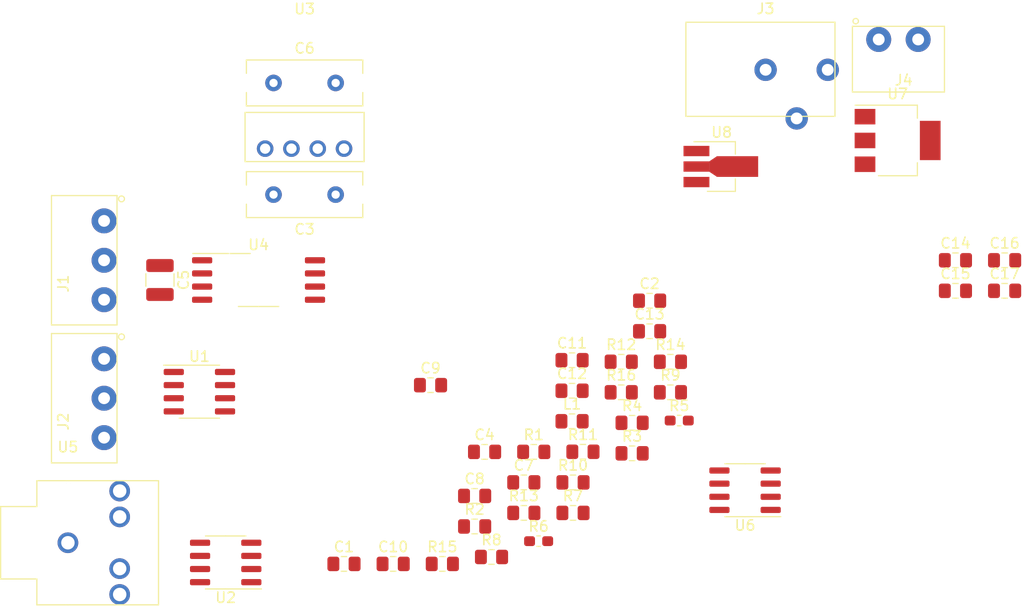
<source format=kicad_pcb>
(kicad_pcb (version 20171130) (host pcbnew "(5.1.5)-3")

  (general
    (thickness 1.6)
    (drawings 0)
    (tracks 0)
    (zones 0)
    (modules 46)
    (nets 30)
  )

  (page A4)
  (layers
    (0 F.Cu signal)
    (31 B.Cu signal)
    (32 B.Adhes user)
    (33 F.Adhes user)
    (34 B.Paste user)
    (35 F.Paste user)
    (36 B.SilkS user)
    (37 F.SilkS user)
    (38 B.Mask user)
    (39 F.Mask user)
    (40 Dwgs.User user)
    (41 Cmts.User user)
    (42 Eco1.User user)
    (43 Eco2.User user)
    (44 Edge.Cuts user)
    (45 Margin user)
    (46 B.CrtYd user)
    (47 F.CrtYd user)
    (48 B.Fab user hide)
    (49 F.Fab user hide)
  )

  (setup
    (last_trace_width 0.25)
    (trace_clearance 0.2)
    (zone_clearance 0.508)
    (zone_45_only no)
    (trace_min 0.2)
    (via_size 0.8)
    (via_drill 0.4)
    (via_min_size 0.4)
    (via_min_drill 0.3)
    (uvia_size 0.3)
    (uvia_drill 0.1)
    (uvias_allowed no)
    (uvia_min_size 0.2)
    (uvia_min_drill 0.1)
    (edge_width 0.05)
    (segment_width 0.2)
    (pcb_text_width 0.3)
    (pcb_text_size 1.5 1.5)
    (mod_edge_width 0.12)
    (mod_text_size 1 1)
    (mod_text_width 0.15)
    (pad_size 1.524 1.524)
    (pad_drill 0.762)
    (pad_to_mask_clearance 0.051)
    (solder_mask_min_width 0.25)
    (aux_axis_origin 0 0)
    (grid_origin 120.65 101.6)
    (visible_elements 7FFFFFFF)
    (pcbplotparams
      (layerselection 0x010fc_ffffffff)
      (usegerberextensions false)
      (usegerberattributes false)
      (usegerberadvancedattributes false)
      (creategerberjobfile false)
      (excludeedgelayer true)
      (linewidth 0.100000)
      (plotframeref false)
      (viasonmask false)
      (mode 1)
      (useauxorigin false)
      (hpglpennumber 1)
      (hpglpenspeed 20)
      (hpglpendiameter 15.000000)
      (psnegative false)
      (psa4output false)
      (plotreference true)
      (plotvalue true)
      (plotinvisibletext false)
      (padsonsilk false)
      (subtractmaskfromsilk false)
      (outputformat 1)
      (mirror false)
      (drillshape 1)
      (scaleselection 1)
      (outputdirectory ""))
  )

  (net 0 "")
  (net 1 /VinN)
  (net 2 /VinP)
  (net 3 GND)
  (net 4 /GndIsolated)
  (net 5 /+5Isolated)
  (net 6 "Net-(C6-Pad1)")
  (net 7 "Net-(C8-Pad1)")
  (net 8 "Net-(C9-Pad1)")
  (net 9 +5V)
  (net 10 "Net-(C11-Pad2)")
  (net 11 "Net-(C11-Pad1)")
  (net 12 "Net-(C12-Pad2)")
  (net 13 "Net-(C12-Pad1)")
  (net 14 LINE)
  (net 15 NEUT)
  (net 16 GNDPWR)
  (net 17 /NeutOut)
  (net 18 "Net-(R1-Pad2)")
  (net 19 +3V3)
  (net 20 "Net-(R10-Pad2)")
  (net 21 "Net-(R11-Pad2)")
  (net 22 "Net-(R12-Pad2)")
  (net 23 "Net-(C1-Pad1)")
  (net 24 "Net-(C2-Pad1)")
  (net 25 "Net-(C4-Pad2)")
  (net 26 "Net-(C4-Pad1)")
  (net 27 "Net-(R3-Pad2)")
  (net 28 "Net-(U2-Pad6)")
  (net 29 "Net-(C14-Pad1)")

  (net_class Default "This is the default net class."
    (clearance 0.2)
    (trace_width 0.25)
    (via_dia 0.8)
    (via_drill 0.4)
    (uvia_dia 0.3)
    (uvia_drill 0.1)
    (add_net +3V3)
    (add_net +5V)
    (add_net /+5Isolated)
    (add_net /GndIsolated)
    (add_net /NeutOut)
    (add_net /VinN)
    (add_net /VinP)
    (add_net GND)
    (add_net GNDPWR)
    (add_net LINE)
    (add_net NEUT)
    (add_net "Net-(C1-Pad1)")
    (add_net "Net-(C11-Pad1)")
    (add_net "Net-(C11-Pad2)")
    (add_net "Net-(C12-Pad1)")
    (add_net "Net-(C12-Pad2)")
    (add_net "Net-(C14-Pad1)")
    (add_net "Net-(C2-Pad1)")
    (add_net "Net-(C4-Pad1)")
    (add_net "Net-(C4-Pad2)")
    (add_net "Net-(C6-Pad1)")
    (add_net "Net-(C8-Pad1)")
    (add_net "Net-(C9-Pad1)")
    (add_net "Net-(J3-Pad3)")
    (add_net "Net-(J4-Pad1)")
    (add_net "Net-(R1-Pad2)")
    (add_net "Net-(R10-Pad2)")
    (add_net "Net-(R11-Pad2)")
    (add_net "Net-(R12-Pad2)")
    (add_net "Net-(R3-Pad2)")
    (add_net "Net-(U2-Pad6)")
  )

  (module Capacitor_SMD:C_0805_2012Metric_Pad1.15x1.40mm_HandSolder (layer F.Cu) (tedit 5B36C52B) (tstamp 5EE8A73C)
    (at 218.11 68.99)
    (descr "Capacitor SMD 0805 (2012 Metric), square (rectangular) end terminal, IPC_7351 nominal with elongated pad for handsoldering. (Body size source: https://docs.google.com/spreadsheets/d/1BsfQQcO9C6DZCsRaXUlFlo91Tg2WpOkGARC1WS5S8t0/edit?usp=sharing), generated with kicad-footprint-generator")
    (tags "capacitor handsolder")
    (path /5EFB1E88)
    (attr smd)
    (fp_text reference C17 (at 0 -1.65) (layer F.SilkS)
      (effects (font (size 1 1) (thickness 0.15)))
    )
    (fp_text value C (at 0 1.65) (layer F.Fab)
      (effects (font (size 1 1) (thickness 0.15)))
    )
    (fp_text user %R (at 0 0) (layer F.Fab)
      (effects (font (size 0.5 0.5) (thickness 0.08)))
    )
    (fp_line (start 1.85 0.95) (end -1.85 0.95) (layer F.CrtYd) (width 0.05))
    (fp_line (start 1.85 -0.95) (end 1.85 0.95) (layer F.CrtYd) (width 0.05))
    (fp_line (start -1.85 -0.95) (end 1.85 -0.95) (layer F.CrtYd) (width 0.05))
    (fp_line (start -1.85 0.95) (end -1.85 -0.95) (layer F.CrtYd) (width 0.05))
    (fp_line (start -0.261252 0.71) (end 0.261252 0.71) (layer F.SilkS) (width 0.12))
    (fp_line (start -0.261252 -0.71) (end 0.261252 -0.71) (layer F.SilkS) (width 0.12))
    (fp_line (start 1 0.6) (end -1 0.6) (layer F.Fab) (width 0.1))
    (fp_line (start 1 -0.6) (end 1 0.6) (layer F.Fab) (width 0.1))
    (fp_line (start -1 -0.6) (end 1 -0.6) (layer F.Fab) (width 0.1))
    (fp_line (start -1 0.6) (end -1 -0.6) (layer F.Fab) (width 0.1))
    (pad 2 smd roundrect (at 1.025 0) (size 1.15 1.4) (layers F.Cu F.Paste F.Mask) (roundrect_rratio 0.217391)
      (net 3 GND))
    (pad 1 smd roundrect (at -1.025 0) (size 1.15 1.4) (layers F.Cu F.Paste F.Mask) (roundrect_rratio 0.217391)
      (net 19 +3V3))
    (model ${KISYS3DMOD}/Capacitor_SMD.3dshapes/C_0805_2012Metric.wrl
      (at (xyz 0 0 0))
      (scale (xyz 1 1 1))
      (rotate (xyz 0 0 0))
    )
  )

  (module Capacitor_SMD:C_0805_2012Metric_Pad1.15x1.40mm_HandSolder (layer F.Cu) (tedit 5B36C52B) (tstamp 5EE8A72B)
    (at 218.11 66.04)
    (descr "Capacitor SMD 0805 (2012 Metric), square (rectangular) end terminal, IPC_7351 nominal with elongated pad for handsoldering. (Body size source: https://docs.google.com/spreadsheets/d/1BsfQQcO9C6DZCsRaXUlFlo91Tg2WpOkGARC1WS5S8t0/edit?usp=sharing), generated with kicad-footprint-generator")
    (tags "capacitor handsolder")
    (path /5EFB1C37)
    (attr smd)
    (fp_text reference C16 (at 0 -1.65) (layer F.SilkS)
      (effects (font (size 1 1) (thickness 0.15)))
    )
    (fp_text value C (at 0 1.65) (layer F.Fab)
      (effects (font (size 1 1) (thickness 0.15)))
    )
    (fp_text user %R (at 0 0) (layer F.Fab)
      (effects (font (size 0.5 0.5) (thickness 0.08)))
    )
    (fp_line (start 1.85 0.95) (end -1.85 0.95) (layer F.CrtYd) (width 0.05))
    (fp_line (start 1.85 -0.95) (end 1.85 0.95) (layer F.CrtYd) (width 0.05))
    (fp_line (start -1.85 -0.95) (end 1.85 -0.95) (layer F.CrtYd) (width 0.05))
    (fp_line (start -1.85 0.95) (end -1.85 -0.95) (layer F.CrtYd) (width 0.05))
    (fp_line (start -0.261252 0.71) (end 0.261252 0.71) (layer F.SilkS) (width 0.12))
    (fp_line (start -0.261252 -0.71) (end 0.261252 -0.71) (layer F.SilkS) (width 0.12))
    (fp_line (start 1 0.6) (end -1 0.6) (layer F.Fab) (width 0.1))
    (fp_line (start 1 -0.6) (end 1 0.6) (layer F.Fab) (width 0.1))
    (fp_line (start -1 -0.6) (end 1 -0.6) (layer F.Fab) (width 0.1))
    (fp_line (start -1 0.6) (end -1 -0.6) (layer F.Fab) (width 0.1))
    (pad 2 smd roundrect (at 1.025 0) (size 1.15 1.4) (layers F.Cu F.Paste F.Mask) (roundrect_rratio 0.217391)
      (net 3 GND))
    (pad 1 smd roundrect (at -1.025 0) (size 1.15 1.4) (layers F.Cu F.Paste F.Mask) (roundrect_rratio 0.217391)
      (net 9 +5V))
    (model ${KISYS3DMOD}/Capacitor_SMD.3dshapes/C_0805_2012Metric.wrl
      (at (xyz 0 0 0))
      (scale (xyz 1 1 1))
      (rotate (xyz 0 0 0))
    )
  )

  (module Capacitor_SMD:C_0805_2012Metric_Pad1.15x1.40mm_HandSolder (layer F.Cu) (tedit 5B36C52B) (tstamp 5EE8A71A)
    (at 213.36 68.99)
    (descr "Capacitor SMD 0805 (2012 Metric), square (rectangular) end terminal, IPC_7351 nominal with elongated pad for handsoldering. (Body size source: https://docs.google.com/spreadsheets/d/1BsfQQcO9C6DZCsRaXUlFlo91Tg2WpOkGARC1WS5S8t0/edit?usp=sharing), generated with kicad-footprint-generator")
    (tags "capacitor handsolder")
    (path /5EFB16C5)
    (attr smd)
    (fp_text reference C15 (at 0 -1.65) (layer F.SilkS)
      (effects (font (size 1 1) (thickness 0.15)))
    )
    (fp_text value C (at 0 1.65) (layer F.Fab)
      (effects (font (size 1 1) (thickness 0.15)))
    )
    (fp_text user %R (at 0 0) (layer F.Fab)
      (effects (font (size 0.5 0.5) (thickness 0.08)))
    )
    (fp_line (start 1.85 0.95) (end -1.85 0.95) (layer F.CrtYd) (width 0.05))
    (fp_line (start 1.85 -0.95) (end 1.85 0.95) (layer F.CrtYd) (width 0.05))
    (fp_line (start -1.85 -0.95) (end 1.85 -0.95) (layer F.CrtYd) (width 0.05))
    (fp_line (start -1.85 0.95) (end -1.85 -0.95) (layer F.CrtYd) (width 0.05))
    (fp_line (start -0.261252 0.71) (end 0.261252 0.71) (layer F.SilkS) (width 0.12))
    (fp_line (start -0.261252 -0.71) (end 0.261252 -0.71) (layer F.SilkS) (width 0.12))
    (fp_line (start 1 0.6) (end -1 0.6) (layer F.Fab) (width 0.1))
    (fp_line (start 1 -0.6) (end 1 0.6) (layer F.Fab) (width 0.1))
    (fp_line (start -1 -0.6) (end 1 -0.6) (layer F.Fab) (width 0.1))
    (fp_line (start -1 0.6) (end -1 -0.6) (layer F.Fab) (width 0.1))
    (pad 2 smd roundrect (at 1.025 0) (size 1.15 1.4) (layers F.Cu F.Paste F.Mask) (roundrect_rratio 0.217391)
      (net 3 GND))
    (pad 1 smd roundrect (at -1.025 0) (size 1.15 1.4) (layers F.Cu F.Paste F.Mask) (roundrect_rratio 0.217391)
      (net 9 +5V))
    (model ${KISYS3DMOD}/Capacitor_SMD.3dshapes/C_0805_2012Metric.wrl
      (at (xyz 0 0 0))
      (scale (xyz 1 1 1))
      (rotate (xyz 0 0 0))
    )
  )

  (module Capacitor_SMD:C_0805_2012Metric_Pad1.15x1.40mm_HandSolder (layer F.Cu) (tedit 5B36C52B) (tstamp 5EE8A709)
    (at 213.36 66.04)
    (descr "Capacitor SMD 0805 (2012 Metric), square (rectangular) end terminal, IPC_7351 nominal with elongated pad for handsoldering. (Body size source: https://docs.google.com/spreadsheets/d/1BsfQQcO9C6DZCsRaXUlFlo91Tg2WpOkGARC1WS5S8t0/edit?usp=sharing), generated with kicad-footprint-generator")
    (tags "capacitor handsolder")
    (path /5EFB1123)
    (attr smd)
    (fp_text reference C14 (at 0 -1.65) (layer F.SilkS)
      (effects (font (size 1 1) (thickness 0.15)))
    )
    (fp_text value C (at 0 1.65) (layer F.Fab)
      (effects (font (size 1 1) (thickness 0.15)))
    )
    (fp_text user %R (at 0 0) (layer F.Fab)
      (effects (font (size 0.5 0.5) (thickness 0.08)))
    )
    (fp_line (start 1.85 0.95) (end -1.85 0.95) (layer F.CrtYd) (width 0.05))
    (fp_line (start 1.85 -0.95) (end 1.85 0.95) (layer F.CrtYd) (width 0.05))
    (fp_line (start -1.85 -0.95) (end 1.85 -0.95) (layer F.CrtYd) (width 0.05))
    (fp_line (start -1.85 0.95) (end -1.85 -0.95) (layer F.CrtYd) (width 0.05))
    (fp_line (start -0.261252 0.71) (end 0.261252 0.71) (layer F.SilkS) (width 0.12))
    (fp_line (start -0.261252 -0.71) (end 0.261252 -0.71) (layer F.SilkS) (width 0.12))
    (fp_line (start 1 0.6) (end -1 0.6) (layer F.Fab) (width 0.1))
    (fp_line (start 1 -0.6) (end 1 0.6) (layer F.Fab) (width 0.1))
    (fp_line (start -1 -0.6) (end 1 -0.6) (layer F.Fab) (width 0.1))
    (fp_line (start -1 0.6) (end -1 -0.6) (layer F.Fab) (width 0.1))
    (pad 2 smd roundrect (at 1.025 0) (size 1.15 1.4) (layers F.Cu F.Paste F.Mask) (roundrect_rratio 0.217391)
      (net 3 GND))
    (pad 1 smd roundrect (at -1.025 0) (size 1.15 1.4) (layers F.Cu F.Paste F.Mask) (roundrect_rratio 0.217391)
      (net 29 "Net-(C14-Pad1)"))
    (model ${KISYS3DMOD}/Capacitor_SMD.3dshapes/C_0805_2012Metric.wrl
      (at (xyz 0 0 0))
      (scale (xyz 1 1 1))
      (rotate (xyz 0 0 0))
    )
  )

  (module Package_TO_SOT_SMD:SOT-89-3_Handsoldering (layer F.Cu) (tedit 5A02FF57) (tstamp 5EE89F3F)
    (at 190.325 56.975)
    (descr "SOT-89-3 Handsoldering")
    (tags "SOT-89-3 Handsoldering")
    (path /5EF81C2A)
    (attr smd)
    (fp_text reference U8 (at 0.45 -3.3) (layer F.SilkS)
      (effects (font (size 1 1) (thickness 0.15)))
    )
    (fp_text value AMS1117-3.3 (at 0.5 3.15) (layer F.Fab)
      (effects (font (size 1 1) (thickness 0.15)))
    )
    (fp_line (start -0.13 -2.3) (end 1.68 -2.3) (layer F.Fab) (width 0.1))
    (fp_line (start -0.92 2.3) (end -0.92 -1.51) (layer F.Fab) (width 0.1))
    (fp_line (start 1.68 2.3) (end -0.92 2.3) (layer F.Fab) (width 0.1))
    (fp_line (start 1.68 -2.3) (end 1.68 2.3) (layer F.Fab) (width 0.1))
    (fp_line (start -0.92 -1.51) (end -0.13 -2.3) (layer F.Fab) (width 0.1))
    (fp_line (start 1.78 -2.4) (end 1.78 -1.2) (layer F.SilkS) (width 0.12))
    (fp_line (start -2.22 -2.4) (end 1.78 -2.4) (layer F.SilkS) (width 0.12))
    (fp_line (start 1.78 2.4) (end -0.92 2.4) (layer F.SilkS) (width 0.12))
    (fp_line (start 1.78 1.2) (end 1.78 2.4) (layer F.SilkS) (width 0.12))
    (fp_line (start -3.5 -2.55) (end -3.5 2.55) (layer F.CrtYd) (width 0.05))
    (fp_line (start 4.25 -2.55) (end -3.5 -2.55) (layer F.CrtYd) (width 0.05))
    (fp_line (start 4.25 2.55) (end 4.25 -2.55) (layer F.CrtYd) (width 0.05))
    (fp_line (start -3.5 2.55) (end 4.25 2.55) (layer F.CrtYd) (width 0.05))
    (fp_text user %R (at 0.38 0 90) (layer F.Fab)
      (effects (font (size 0.6 0.6) (thickness 0.09)))
    )
    (pad 2 smd trapezoid (at -0.37 0 90) (size 1.5 0.75) (rect_delta 0 0.5 ) (layers F.Cu F.Paste F.Mask)
      (net 19 +3V3))
    (pad 2 smd rect (at 1.98 0 270) (size 2 4) (layers F.Cu F.Paste F.Mask)
      (net 19 +3V3))
    (pad 3 smd rect (at -1.98 1.5 270) (size 1 2.5) (layers F.Cu F.Paste F.Mask)
      (net 9 +5V))
    (pad 2 smd rect (at -1.98 0 270) (size 1 2.5) (layers F.Cu F.Paste F.Mask)
      (net 19 +3V3))
    (pad 1 smd rect (at -1.98 -1.5 270) (size 1 2.5) (layers F.Cu F.Paste F.Mask)
      (net 3 GND))
    (model ${KISYS3DMOD}/Package_TO_SOT_SMD.3dshapes/SOT-89-3.wrl
      (at (xyz 0 0 0))
      (scale (xyz 1 1 1))
      (rotate (xyz 0 0 0))
    )
  )

  (module Package_TO_SOT_SMD:SOT-223-3_TabPin2 (layer F.Cu) (tedit 5A02FF57) (tstamp 5EE89F28)
    (at 207.775 54.455)
    (descr "module CMS SOT223 4 pins")
    (tags "CMS SOT")
    (path /5EF8183A)
    (attr smd)
    (fp_text reference U7 (at 0 -4.5) (layer F.SilkS)
      (effects (font (size 1 1) (thickness 0.15)))
    )
    (fp_text value LM1117-5.0 (at 0 4.5) (layer F.Fab)
      (effects (font (size 1 1) (thickness 0.15)))
    )
    (fp_line (start 1.85 -3.35) (end 1.85 3.35) (layer F.Fab) (width 0.1))
    (fp_line (start -1.85 3.35) (end 1.85 3.35) (layer F.Fab) (width 0.1))
    (fp_line (start -4.1 -3.41) (end 1.91 -3.41) (layer F.SilkS) (width 0.12))
    (fp_line (start -0.85 -3.35) (end 1.85 -3.35) (layer F.Fab) (width 0.1))
    (fp_line (start -1.85 3.41) (end 1.91 3.41) (layer F.SilkS) (width 0.12))
    (fp_line (start -1.85 -2.35) (end -1.85 3.35) (layer F.Fab) (width 0.1))
    (fp_line (start -1.85 -2.35) (end -0.85 -3.35) (layer F.Fab) (width 0.1))
    (fp_line (start -4.4 -3.6) (end -4.4 3.6) (layer F.CrtYd) (width 0.05))
    (fp_line (start -4.4 3.6) (end 4.4 3.6) (layer F.CrtYd) (width 0.05))
    (fp_line (start 4.4 3.6) (end 4.4 -3.6) (layer F.CrtYd) (width 0.05))
    (fp_line (start 4.4 -3.6) (end -4.4 -3.6) (layer F.CrtYd) (width 0.05))
    (fp_line (start 1.91 -3.41) (end 1.91 -2.15) (layer F.SilkS) (width 0.12))
    (fp_line (start 1.91 3.41) (end 1.91 2.15) (layer F.SilkS) (width 0.12))
    (fp_text user %R (at 0 0 90) (layer F.Fab)
      (effects (font (size 0.8 0.8) (thickness 0.12)))
    )
    (pad 1 smd rect (at -3.15 -2.3) (size 2 1.5) (layers F.Cu F.Paste F.Mask)
      (net 3 GND))
    (pad 3 smd rect (at -3.15 2.3) (size 2 1.5) (layers F.Cu F.Paste F.Mask)
      (net 29 "Net-(C14-Pad1)"))
    (pad 2 smd rect (at -3.15 0) (size 2 1.5) (layers F.Cu F.Paste F.Mask)
      (net 9 +5V))
    (pad 2 smd rect (at 3.15 0) (size 2 3.8) (layers F.Cu F.Paste F.Mask)
      (net 9 +5V))
    (model ${KISYS3DMOD}/Package_TO_SOT_SMD.3dshapes/SOT-223.wrl
      (at (xyz 0 0 0))
      (scale (xyz 1 1 1))
      (rotate (xyz 0 0 0))
    )
  )

  (module "0MiscParts:2 Pin 3.81mm" (layer F.Cu) (tedit 5D595D92) (tstamp 5EE89BEE)
    (at 207.855 44.692)
    (path /5EF37881)
    (fp_text reference J4 (at 0.508 3.937) (layer F.SilkS)
      (effects (font (size 1 1) (thickness 0.15)))
    )
    (fp_text value Conn_01x02_Female (at 0 2.286) (layer F.Fab)
      (effects (font (size 1 1) (thickness 0.15)))
    )
    (fp_circle (center -4.1275 -1.770183) (end -4.064 -1.516183) (layer F.SilkS) (width 0.12))
    (fp_line (start -4.445 -1.27) (end -4.445 5.08) (layer F.SilkS) (width 0.12))
    (fp_line (start -4.445 5.08) (end 4.445 5.08) (layer F.SilkS) (width 0.12))
    (fp_line (start 4.445 5.08) (end 4.445 -1.27) (layer F.SilkS) (width 0.12))
    (fp_line (start -4.445 -1.27) (end 4.445 -1.27) (layer F.SilkS) (width 0.12))
    (pad 1 thru_hole circle (at -1.905 0) (size 2.413 2.413) (drill 1.143) (layers *.Cu *.Mask))
    (pad 2 thru_hole circle (at 1.905 0) (size 2.413 2.413) (drill 1.143) (layers *.Cu *.Mask)
      (net 3 GND))
  )

  (module 0MiscParts:PJ-102 (layer F.Cu) (tedit 5E428708) (tstamp 5EE89BE3)
    (at 187.325 47.625)
    (path /5EF37188)
    (fp_text reference J3 (at 7.7 -5.9) (layer F.SilkS)
      (effects (font (size 1 1) (thickness 0.15)))
    )
    (fp_text value PJ-102 (at 7.6 6.8) (layer F.Fab)
      (effects (font (size 1 1) (thickness 0.15)))
    )
    (fp_line (start -0.5 5) (end -0.5 -5) (layer F.CrtYd) (width 0.05))
    (fp_line (start 15 5) (end -0.5 5) (layer F.CrtYd) (width 0.05))
    (fp_line (start 15 -5) (end 15 5) (layer F.CrtYd) (width 0.05))
    (fp_line (start -0.5 -5) (end 15 -5) (layer F.CrtYd) (width 0.05))
    (fp_line (start 0 4.5) (end 0 -4.5) (layer F.SilkS) (width 0.12))
    (fp_line (start 14.4 4.5) (end 0 4.5) (layer F.SilkS) (width 0.12))
    (fp_line (start 14.4 -4.6) (end 14.4 4.5) (layer F.SilkS) (width 0.12))
    (fp_line (start 0 -4.6) (end 14.4 -4.6) (layer F.SilkS) (width 0.12))
    (pad 3 thru_hole circle (at 10.7 4.7) (size 2.159 2.159) (drill 1.143) (layers *.Cu *.Mask))
    (pad 2 thru_hole circle (at 7.7 0) (size 2.159 2.159) (drill 1.143) (layers *.Cu *.Mask)
      (net 3 GND))
    (pad 1 thru_hole circle (at 13.7 0) (size 2.159 2.159) (drill 1.143) (layers *.Cu *.Mask)
      (net 29 "Net-(C14-Pad1)"))
  )

  (module Package_SO:SOIC-8_3.9x4.9mm_P1.27mm (layer F.Cu) (tedit 5D9F72B1) (tstamp 5EE89018)
    (at 193.04 88.265 180)
    (descr "SOIC, 8 Pin (JEDEC MS-012AA, https://www.analog.com/media/en/package-pcb-resources/package/pkg_pdf/soic_narrow-r/r_8.pdf), generated with kicad-footprint-generator ipc_gullwing_generator.py")
    (tags "SOIC SO")
    (path /5EECA8F1)
    (attr smd)
    (fp_text reference U6 (at 0 -3.4) (layer F.SilkS)
      (effects (font (size 1 1) (thickness 0.15)))
    )
    (fp_text value OPA2134 (at 0 3.4) (layer F.Fab)
      (effects (font (size 1 1) (thickness 0.15)))
    )
    (fp_text user %R (at 0 0) (layer F.Fab)
      (effects (font (size 0.98 0.98) (thickness 0.15)))
    )
    (fp_line (start 3.7 -2.7) (end -3.7 -2.7) (layer F.CrtYd) (width 0.05))
    (fp_line (start 3.7 2.7) (end 3.7 -2.7) (layer F.CrtYd) (width 0.05))
    (fp_line (start -3.7 2.7) (end 3.7 2.7) (layer F.CrtYd) (width 0.05))
    (fp_line (start -3.7 -2.7) (end -3.7 2.7) (layer F.CrtYd) (width 0.05))
    (fp_line (start -1.95 -1.475) (end -0.975 -2.45) (layer F.Fab) (width 0.1))
    (fp_line (start -1.95 2.45) (end -1.95 -1.475) (layer F.Fab) (width 0.1))
    (fp_line (start 1.95 2.45) (end -1.95 2.45) (layer F.Fab) (width 0.1))
    (fp_line (start 1.95 -2.45) (end 1.95 2.45) (layer F.Fab) (width 0.1))
    (fp_line (start -0.975 -2.45) (end 1.95 -2.45) (layer F.Fab) (width 0.1))
    (fp_line (start 0 -2.56) (end -3.45 -2.56) (layer F.SilkS) (width 0.12))
    (fp_line (start 0 -2.56) (end 1.95 -2.56) (layer F.SilkS) (width 0.12))
    (fp_line (start 0 2.56) (end -1.95 2.56) (layer F.SilkS) (width 0.12))
    (fp_line (start 0 2.56) (end 1.95 2.56) (layer F.SilkS) (width 0.12))
    (pad 8 smd roundrect (at 2.475 -1.905 180) (size 1.95 0.6) (layers F.Cu F.Paste F.Mask) (roundrect_rratio 0.25)
      (net 9 +5V))
    (pad 7 smd roundrect (at 2.475 -0.635 180) (size 1.95 0.6) (layers F.Cu F.Paste F.Mask) (roundrect_rratio 0.25)
      (net 11 "Net-(C11-Pad1)"))
    (pad 6 smd roundrect (at 2.475 0.635 180) (size 1.95 0.6) (layers F.Cu F.Paste F.Mask) (roundrect_rratio 0.25)
      (net 10 "Net-(C11-Pad2)"))
    (pad 5 smd roundrect (at 2.475 1.905 180) (size 1.95 0.6) (layers F.Cu F.Paste F.Mask) (roundrect_rratio 0.25)
      (net 8 "Net-(C9-Pad1)"))
    (pad 4 smd roundrect (at -2.475 1.905 180) (size 1.95 0.6) (layers F.Cu F.Paste F.Mask) (roundrect_rratio 0.25)
      (net 3 GND))
    (pad 3 smd roundrect (at -2.475 0.635 180) (size 1.95 0.6) (layers F.Cu F.Paste F.Mask) (roundrect_rratio 0.25)
      (net 28 "Net-(U2-Pad6)"))
    (pad 2 smd roundrect (at -2.475 -0.635 180) (size 1.95 0.6) (layers F.Cu F.Paste F.Mask) (roundrect_rratio 0.25)
      (net 12 "Net-(C12-Pad2)"))
    (pad 1 smd roundrect (at -2.475 -1.905 180) (size 1.95 0.6) (layers F.Cu F.Paste F.Mask) (roundrect_rratio 0.25)
      (net 13 "Net-(C12-Pad1)"))
    (model ${KISYS3DMOD}/Package_SO.3dshapes/SOIC-8_3.9x4.9mm_P1.27mm.wrl
      (at (xyz 0 0 0))
      (scale (xyz 1 1 1))
      (rotate (xyz 0 0 0))
    )
  )

  (module Package_SO:SOIC-8_3.9x4.9mm_P1.27mm (layer F.Cu) (tedit 5D9F72B1) (tstamp 5EE88FC7)
    (at 142.875 95.25 180)
    (descr "SOIC, 8 Pin (JEDEC MS-012AA, https://www.analog.com/media/en/package-pcb-resources/package/pkg_pdf/soic_narrow-r/r_8.pdf), generated with kicad-footprint-generator ipc_gullwing_generator.py")
    (tags "SOIC SO")
    (path /5EECC65D)
    (attr smd)
    (fp_text reference U2 (at 0 -3.4) (layer F.SilkS)
      (effects (font (size 1 1) (thickness 0.15)))
    )
    (fp_text value OPA2134 (at 0 3.4) (layer F.Fab)
      (effects (font (size 1 1) (thickness 0.15)))
    )
    (fp_text user %R (at 0 0) (layer F.Fab)
      (effects (font (size 0.98 0.98) (thickness 0.15)))
    )
    (fp_line (start 3.7 -2.7) (end -3.7 -2.7) (layer F.CrtYd) (width 0.05))
    (fp_line (start 3.7 2.7) (end 3.7 -2.7) (layer F.CrtYd) (width 0.05))
    (fp_line (start -3.7 2.7) (end 3.7 2.7) (layer F.CrtYd) (width 0.05))
    (fp_line (start -3.7 -2.7) (end -3.7 2.7) (layer F.CrtYd) (width 0.05))
    (fp_line (start -1.95 -1.475) (end -0.975 -2.45) (layer F.Fab) (width 0.1))
    (fp_line (start -1.95 2.45) (end -1.95 -1.475) (layer F.Fab) (width 0.1))
    (fp_line (start 1.95 2.45) (end -1.95 2.45) (layer F.Fab) (width 0.1))
    (fp_line (start 1.95 -2.45) (end 1.95 2.45) (layer F.Fab) (width 0.1))
    (fp_line (start -0.975 -2.45) (end 1.95 -2.45) (layer F.Fab) (width 0.1))
    (fp_line (start 0 -2.56) (end -3.45 -2.56) (layer F.SilkS) (width 0.12))
    (fp_line (start 0 -2.56) (end 1.95 -2.56) (layer F.SilkS) (width 0.12))
    (fp_line (start 0 2.56) (end -1.95 2.56) (layer F.SilkS) (width 0.12))
    (fp_line (start 0 2.56) (end 1.95 2.56) (layer F.SilkS) (width 0.12))
    (pad 8 smd roundrect (at 2.475 -1.905 180) (size 1.95 0.6) (layers F.Cu F.Paste F.Mask) (roundrect_rratio 0.25)
      (net 9 +5V))
    (pad 7 smd roundrect (at 2.475 -0.635 180) (size 1.95 0.6) (layers F.Cu F.Paste F.Mask) (roundrect_rratio 0.25)
      (net 28 "Net-(U2-Pad6)"))
    (pad 6 smd roundrect (at 2.475 0.635 180) (size 1.95 0.6) (layers F.Cu F.Paste F.Mask) (roundrect_rratio 0.25)
      (net 28 "Net-(U2-Pad6)"))
    (pad 5 smd roundrect (at 2.475 1.905 180) (size 1.95 0.6) (layers F.Cu F.Paste F.Mask) (roundrect_rratio 0.25)
      (net 7 "Net-(C8-Pad1)"))
    (pad 4 smd roundrect (at -2.475 1.905 180) (size 1.95 0.6) (layers F.Cu F.Paste F.Mask) (roundrect_rratio 0.25)
      (net 3 GND))
    (pad 3 smd roundrect (at -2.475 0.635 180) (size 1.95 0.6) (layers F.Cu F.Paste F.Mask) (roundrect_rratio 0.25)
      (net 24 "Net-(C2-Pad1)"))
    (pad 2 smd roundrect (at -2.475 -0.635 180) (size 1.95 0.6) (layers F.Cu F.Paste F.Mask) (roundrect_rratio 0.25)
      (net 25 "Net-(C4-Pad2)"))
    (pad 1 smd roundrect (at -2.475 -1.905 180) (size 1.95 0.6) (layers F.Cu F.Paste F.Mask) (roundrect_rratio 0.25)
      (net 26 "Net-(C4-Pad1)"))
    (model ${KISYS3DMOD}/Package_SO.3dshapes/SOIC-8_3.9x4.9mm_P1.27mm.wrl
      (at (xyz 0 0 0))
      (scale (xyz 1 1 1))
      (rotate (xyz 0 0 0))
    )
  )

  (module 0MiscParts:AudioJack (layer F.Cu) (tedit 5EE87795) (tstamp 5EE8844A)
    (at 127.635 93.345)
    (path /5EEE0E5A)
    (fp_text reference U5 (at 0 -9.25) (layer F.SilkS)
      (effects (font (size 1 1) (thickness 0.15)))
    )
    (fp_text value STX-3120-5B (at -0.25 -7.5) (layer F.Fab)
      (effects (font (size 1 1) (thickness 0.15)))
    )
    (fp_line (start 8.75 -6) (end -3 -6) (layer F.SilkS) (width 0.12))
    (fp_line (start 8.75 6) (end 8.75 -6) (layer F.SilkS) (width 0.12))
    (fp_line (start -3 6) (end 8.75 6) (layer F.SilkS) (width 0.12))
    (fp_line (start -3 -3.5) (end -3 -6) (layer F.SilkS) (width 0.12))
    (fp_line (start -6.5 -3.5) (end -3 -3.5) (layer F.SilkS) (width 0.12))
    (fp_line (start -3 3.5) (end -3 6) (layer F.SilkS) (width 0.12))
    (fp_line (start -6.5 3.5) (end -3 3.5) (layer F.SilkS) (width 0.12))
    (fp_line (start -6.5 -3.5) (end -6.5 3.5) (layer F.SilkS) (width 0.12))
    (pad "" np_thru_hole circle (at 5 0) (size 1.6 1.6) (drill 1.6) (layers *.Cu *.Mask))
    (pad "" np_thru_hole circle (at 0 5) (size 1.6 1.6) (drill 1.6) (layers *.Cu *.Mask))
    (pad "" np_thru_hole circle (at 0 -5) (size 1.6 1.6) (drill 1.6) (layers *.Cu *.Mask))
    (pad 5 thru_hole circle (at 5 5) (size 2 2) (drill 1.3) (layers *.Cu *.Mask)
      (net 22 "Net-(R12-Pad2)"))
    (pad 4 thru_hole circle (at 5 2.5) (size 2 2) (drill 1.3) (layers *.Cu *.Mask)
      (net 28 "Net-(U2-Pad6)"))
    (pad 3 thru_hole circle (at 5 -2.5) (size 2 2) (drill 1.3) (layers *.Cu *.Mask)
      (net 28 "Net-(U2-Pad6)"))
    (pad 2 thru_hole circle (at 5 -5) (size 2 2) (drill 1.3) (layers *.Cu *.Mask)
      (net 22 "Net-(R12-Pad2)"))
    (pad 1 thru_hole circle (at 0 0) (size 2 2) (drill 1.3) (layers *.Cu *.Mask)
      (net 28 "Net-(U2-Pad6)"))
  )

  (module Package_SO:SOIC-8_3.9x4.9mm_P1.27mm (layer F.Cu) (tedit 5D9F72B1) (tstamp 5EE88436)
    (at 140.335 78.74)
    (descr "SOIC, 8 Pin (JEDEC MS-012AA, https://www.analog.com/media/en/package-pcb-resources/package/pkg_pdf/soic_narrow-r/r_8.pdf), generated with kicad-footprint-generator ipc_gullwing_generator.py")
    (tags "SOIC SO")
    (path /5EE8CBCB)
    (attr smd)
    (fp_text reference U1 (at 0 -3.4) (layer F.SilkS)
      (effects (font (size 1 1) (thickness 0.15)))
    )
    (fp_text value ACS712xLCTR-05B (at 0 3.4) (layer F.Fab)
      (effects (font (size 1 1) (thickness 0.15)))
    )
    (fp_text user %R (at 0 0) (layer F.Fab)
      (effects (font (size 0.98 0.98) (thickness 0.15)))
    )
    (fp_line (start 3.7 -2.7) (end -3.7 -2.7) (layer F.CrtYd) (width 0.05))
    (fp_line (start 3.7 2.7) (end 3.7 -2.7) (layer F.CrtYd) (width 0.05))
    (fp_line (start -3.7 2.7) (end 3.7 2.7) (layer F.CrtYd) (width 0.05))
    (fp_line (start -3.7 -2.7) (end -3.7 2.7) (layer F.CrtYd) (width 0.05))
    (fp_line (start -1.95 -1.475) (end -0.975 -2.45) (layer F.Fab) (width 0.1))
    (fp_line (start -1.95 2.45) (end -1.95 -1.475) (layer F.Fab) (width 0.1))
    (fp_line (start 1.95 2.45) (end -1.95 2.45) (layer F.Fab) (width 0.1))
    (fp_line (start 1.95 -2.45) (end 1.95 2.45) (layer F.Fab) (width 0.1))
    (fp_line (start -0.975 -2.45) (end 1.95 -2.45) (layer F.Fab) (width 0.1))
    (fp_line (start 0 -2.56) (end -3.45 -2.56) (layer F.SilkS) (width 0.12))
    (fp_line (start 0 -2.56) (end 1.95 -2.56) (layer F.SilkS) (width 0.12))
    (fp_line (start 0 2.56) (end -1.95 2.56) (layer F.SilkS) (width 0.12))
    (fp_line (start 0 2.56) (end 1.95 2.56) (layer F.SilkS) (width 0.12))
    (pad 8 smd roundrect (at 2.475 -1.905) (size 1.95 0.6) (layers F.Cu F.Paste F.Mask) (roundrect_rratio 0.25)
      (net 9 +5V))
    (pad 7 smd roundrect (at 2.475 -0.635) (size 1.95 0.6) (layers F.Cu F.Paste F.Mask) (roundrect_rratio 0.25)
      (net 27 "Net-(R3-Pad2)"))
    (pad 6 smd roundrect (at 2.475 0.635) (size 1.95 0.6) (layers F.Cu F.Paste F.Mask) (roundrect_rratio 0.25)
      (net 23 "Net-(C1-Pad1)"))
    (pad 5 smd roundrect (at 2.475 1.905) (size 1.95 0.6) (layers F.Cu F.Paste F.Mask) (roundrect_rratio 0.25)
      (net 3 GND))
    (pad 4 smd roundrect (at -2.475 1.905) (size 1.95 0.6) (layers F.Cu F.Paste F.Mask) (roundrect_rratio 0.25)
      (net 17 /NeutOut))
    (pad 3 smd roundrect (at -2.475 0.635) (size 1.95 0.6) (layers F.Cu F.Paste F.Mask) (roundrect_rratio 0.25)
      (net 17 /NeutOut))
    (pad 2 smd roundrect (at -2.475 -0.635) (size 1.95 0.6) (layers F.Cu F.Paste F.Mask) (roundrect_rratio 0.25)
      (net 15 NEUT))
    (pad 1 smd roundrect (at -2.475 -1.905) (size 1.95 0.6) (layers F.Cu F.Paste F.Mask) (roundrect_rratio 0.25)
      (net 15 NEUT))
    (model ${KISYS3DMOD}/Package_SO.3dshapes/SOIC-8_3.9x4.9mm_P1.27mm.wrl
      (at (xyz 0 0 0))
      (scale (xyz 1 1 1))
      (rotate (xyz 0 0 0))
    )
  )

  (module 0MiscParts:RFM (layer F.Cu) (tedit 5EE871CD) (tstamp 5EE8841C)
    (at 150.495 55.245)
    (path /5EE9E616)
    (fp_text reference U3 (at 0 -13.5) (layer F.SilkS)
      (effects (font (size 1 1) (thickness 0.15)))
    )
    (fp_text value RFM-0505 (at 0 -12) (layer F.Fab)
      (effects (font (size 1 1) (thickness 0.15)))
    )
    (fp_line (start -5.75 -3.5) (end -5.75 1.25) (layer F.SilkS) (width 0.12))
    (fp_line (start 5.75 -3.5) (end -5.75 -3.5) (layer F.SilkS) (width 0.12))
    (fp_line (start 5.75 1.25) (end 5.75 -3.5) (layer F.SilkS) (width 0.12))
    (fp_line (start -5.75 1.25) (end 5.75 1.25) (layer F.SilkS) (width 0.12))
    (pad 4 thru_hole circle (at 3.81 0) (size 1.6 1.6) (drill 1) (layers *.Cu *.Mask)
      (net 4 /GndIsolated))
    (pad 3 thru_hole circle (at 1.27 0) (size 1.6 1.6) (drill 1) (layers *.Cu *.Mask)
      (net 5 /+5Isolated))
    (pad 2 thru_hole circle (at -1.27 0) (size 1.6 1.6) (drill 1) (layers *.Cu *.Mask)
      (net 3 GND))
    (pad 1 thru_hole circle (at -3.81 0) (size 1.6 1.6) (drill 1) (layers *.Cu *.Mask)
      (net 6 "Net-(C6-Pad1)"))
  )

  (module 0MiscParts:SOIC-8_AMC1200 (layer F.Cu) (tedit 5EE869EC) (tstamp 5EE88410)
    (at 146.05 67.945)
    (descr "SOIC, 8 Pin (JEDEC MS-012AA, https://www.analog.com/media/en/package-pcb-resources/package/pkg_pdf/soic_narrow-r/r_8.pdf), generated with kicad-footprint-generator ipc_gullwing_generator.py")
    (tags "SOIC SO")
    (path /5EE8F1BE)
    (attr smd)
    (fp_text reference U4 (at 0 -3.4) (layer F.SilkS)
      (effects (font (size 1 1) (thickness 0.15)))
    )
    (fp_text value AMC1200 (at 0 3.4) (layer F.Fab)
      (effects (font (size 1 1) (thickness 0.15)))
    )
    (fp_text user %R (at 0 0) (layer F.Fab)
      (effects (font (size 0.98 0.98) (thickness 0.15)))
    )
    (fp_line (start 6.5 -2.7) (end -6.5 -2.7) (layer F.CrtYd) (width 0.05))
    (fp_line (start 6.5 2.7) (end 6.5 -2.7) (layer F.CrtYd) (width 0.05))
    (fp_line (start -6.5 2.7) (end 6.5 2.7) (layer F.CrtYd) (width 0.05))
    (fp_line (start -6.5 -2.7) (end -6.5 2.7) (layer F.CrtYd) (width 0.05))
    (fp_line (start -1.95 -1.475) (end -0.975 -2.45) (layer F.Fab) (width 0.1))
    (fp_line (start -1.95 2.45) (end -1.95 -1.475) (layer F.Fab) (width 0.1))
    (fp_line (start 1.95 2.45) (end -1.95 2.45) (layer F.Fab) (width 0.1))
    (fp_line (start 1.95 -2.45) (end 1.95 2.45) (layer F.Fab) (width 0.1))
    (fp_line (start -0.975 -2.45) (end 1.95 -2.45) (layer F.Fab) (width 0.1))
    (fp_line (start -2.9 -2.56286) (end -6.35 -2.56286) (layer F.SilkS) (width 0.12))
    (fp_line (start -2.75 -2.56) (end -0.8 -2.56) (layer F.SilkS) (width 0.12))
    (fp_line (start 0 2.56) (end -1.95 2.56) (layer F.SilkS) (width 0.12))
    (fp_line (start 0 2.56) (end 1.95 2.56) (layer F.SilkS) (width 0.12))
    (pad 8 smd roundrect (at 5.45 -1.905) (size 1.95 0.6) (layers F.Cu F.Paste F.Mask) (roundrect_rratio 0.25)
      (net 19 +3V3))
    (pad 7 smd roundrect (at 5.45 -0.635) (size 1.95 0.6) (layers F.Cu F.Paste F.Mask) (roundrect_rratio 0.25)
      (net 20 "Net-(R10-Pad2)"))
    (pad 6 smd roundrect (at 5.45 0.635) (size 1.95 0.6) (layers F.Cu F.Paste F.Mask) (roundrect_rratio 0.25)
      (net 21 "Net-(R11-Pad2)"))
    (pad 5 smd roundrect (at 5.45 1.905) (size 1.95 0.6) (layers F.Cu F.Paste F.Mask) (roundrect_rratio 0.25)
      (net 3 GND))
    (pad 4 smd roundrect (at -5.45 1.905) (size 1.95 0.6) (layers F.Cu F.Paste F.Mask) (roundrect_rratio 0.25)
      (net 4 /GndIsolated))
    (pad 3 smd roundrect (at -5.45 0.635) (size 1.95 0.6) (layers F.Cu F.Paste F.Mask) (roundrect_rratio 0.25)
      (net 1 /VinN))
    (pad 2 smd roundrect (at -5.45 -0.635) (size 1.95 0.6) (layers F.Cu F.Paste F.Mask) (roundrect_rratio 0.25)
      (net 2 /VinP))
    (pad 1 smd roundrect (at -5.45 -1.905) (size 1.95 0.6) (layers F.Cu F.Paste F.Mask) (roundrect_rratio 0.25)
      (net 5 /+5Isolated))
    (model ${KISYS3DMOD}/Package_SO.3dshapes/SOIC-8_3.9x4.9mm_P1.27mm.wrl
      (at (xyz 0 0 0))
      (scale (xyz 1 1 1))
      (rotate (xyz 0 0 0))
    )
  )

  (module Resistor_SMD:R_0805_2012Metric_Pad1.15x1.40mm_HandSolder (layer F.Cu) (tedit 5B36C52B) (tstamp 5EE883F6)
    (at 181.08 78.8)
    (descr "Resistor SMD 0805 (2012 Metric), square (rectangular) end terminal, IPC_7351 nominal with elongated pad for handsoldering. (Body size source: https://docs.google.com/spreadsheets/d/1BsfQQcO9C6DZCsRaXUlFlo91Tg2WpOkGARC1WS5S8t0/edit?usp=sharing), generated with kicad-footprint-generator")
    (tags "resistor handsolder")
    (path /5EEEC645)
    (attr smd)
    (fp_text reference R16 (at 0 -1.65) (layer F.SilkS)
      (effects (font (size 1 1) (thickness 0.15)))
    )
    (fp_text value 12 (at 0 1.65) (layer F.Fab)
      (effects (font (size 1 1) (thickness 0.15)))
    )
    (fp_text user %R (at 0 0) (layer F.Fab)
      (effects (font (size 0.5 0.5) (thickness 0.08)))
    )
    (fp_line (start 1.85 0.95) (end -1.85 0.95) (layer F.CrtYd) (width 0.05))
    (fp_line (start 1.85 -0.95) (end 1.85 0.95) (layer F.CrtYd) (width 0.05))
    (fp_line (start -1.85 -0.95) (end 1.85 -0.95) (layer F.CrtYd) (width 0.05))
    (fp_line (start -1.85 0.95) (end -1.85 -0.95) (layer F.CrtYd) (width 0.05))
    (fp_line (start -0.261252 0.71) (end 0.261252 0.71) (layer F.SilkS) (width 0.12))
    (fp_line (start -0.261252 -0.71) (end 0.261252 -0.71) (layer F.SilkS) (width 0.12))
    (fp_line (start 1 0.6) (end -1 0.6) (layer F.Fab) (width 0.1))
    (fp_line (start 1 -0.6) (end 1 0.6) (layer F.Fab) (width 0.1))
    (fp_line (start -1 -0.6) (end 1 -0.6) (layer F.Fab) (width 0.1))
    (fp_line (start -1 0.6) (end -1 -0.6) (layer F.Fab) (width 0.1))
    (pad 2 smd roundrect (at 1.025 0) (size 1.15 1.4) (layers F.Cu F.Paste F.Mask) (roundrect_rratio 0.217391)
      (net 12 "Net-(C12-Pad2)"))
    (pad 1 smd roundrect (at -1.025 0) (size 1.15 1.4) (layers F.Cu F.Paste F.Mask) (roundrect_rratio 0.217391)
      (net 13 "Net-(C12-Pad1)"))
    (model ${KISYS3DMOD}/Resistor_SMD.3dshapes/R_0805_2012Metric.wrl
      (at (xyz 0 0 0))
      (scale (xyz 1 1 1))
      (rotate (xyz 0 0 0))
    )
  )

  (module Resistor_SMD:R_0805_2012Metric_Pad1.15x1.40mm_HandSolder (layer F.Cu) (tedit 5B36C52B) (tstamp 5EE883E5)
    (at 163.8 95.39)
    (descr "Resistor SMD 0805 (2012 Metric), square (rectangular) end terminal, IPC_7351 nominal with elongated pad for handsoldering. (Body size source: https://docs.google.com/spreadsheets/d/1BsfQQcO9C6DZCsRaXUlFlo91Tg2WpOkGARC1WS5S8t0/edit?usp=sharing), generated with kicad-footprint-generator")
    (tags "resistor handsolder")
    (path /5EEECB1F)
    (attr smd)
    (fp_text reference R15 (at 0 -1.65) (layer F.SilkS)
      (effects (font (size 1 1) (thickness 0.15)))
    )
    (fp_text value 12 (at 0 1.65) (layer F.Fab)
      (effects (font (size 1 1) (thickness 0.15)))
    )
    (fp_text user %R (at 0 0) (layer F.Fab)
      (effects (font (size 0.5 0.5) (thickness 0.08)))
    )
    (fp_line (start 1.85 0.95) (end -1.85 0.95) (layer F.CrtYd) (width 0.05))
    (fp_line (start 1.85 -0.95) (end 1.85 0.95) (layer F.CrtYd) (width 0.05))
    (fp_line (start -1.85 -0.95) (end 1.85 -0.95) (layer F.CrtYd) (width 0.05))
    (fp_line (start -1.85 0.95) (end -1.85 -0.95) (layer F.CrtYd) (width 0.05))
    (fp_line (start -0.261252 0.71) (end 0.261252 0.71) (layer F.SilkS) (width 0.12))
    (fp_line (start -0.261252 -0.71) (end 0.261252 -0.71) (layer F.SilkS) (width 0.12))
    (fp_line (start 1 0.6) (end -1 0.6) (layer F.Fab) (width 0.1))
    (fp_line (start 1 -0.6) (end 1 0.6) (layer F.Fab) (width 0.1))
    (fp_line (start -1 -0.6) (end 1 -0.6) (layer F.Fab) (width 0.1))
    (fp_line (start -1 0.6) (end -1 -0.6) (layer F.Fab) (width 0.1))
    (pad 2 smd roundrect (at 1.025 0) (size 1.15 1.4) (layers F.Cu F.Paste F.Mask) (roundrect_rratio 0.217391)
      (net 12 "Net-(C12-Pad2)"))
    (pad 1 smd roundrect (at -1.025 0) (size 1.15 1.4) (layers F.Cu F.Paste F.Mask) (roundrect_rratio 0.217391)
      (net 13 "Net-(C12-Pad1)"))
    (model ${KISYS3DMOD}/Resistor_SMD.3dshapes/R_0805_2012Metric.wrl
      (at (xyz 0 0 0))
      (scale (xyz 1 1 1))
      (rotate (xyz 0 0 0))
    )
  )

  (module Resistor_SMD:R_0805_2012Metric_Pad1.15x1.40mm_HandSolder (layer F.Cu) (tedit 5B36C52B) (tstamp 5EE883D4)
    (at 185.83 75.85)
    (descr "Resistor SMD 0805 (2012 Metric), square (rectangular) end terminal, IPC_7351 nominal with elongated pad for handsoldering. (Body size source: https://docs.google.com/spreadsheets/d/1BsfQQcO9C6DZCsRaXUlFlo91Tg2WpOkGARC1WS5S8t0/edit?usp=sharing), generated with kicad-footprint-generator")
    (tags "resistor handsolder")
    (path /5EF0B562)
    (attr smd)
    (fp_text reference R14 (at 0 -1.65) (layer F.SilkS)
      (effects (font (size 1 1) (thickness 0.15)))
    )
    (fp_text value ~ (at 0 1.65) (layer F.Fab)
      (effects (font (size 1 1) (thickness 0.15)))
    )
    (fp_text user %R (at 0 0) (layer F.Fab)
      (effects (font (size 0.5 0.5) (thickness 0.08)))
    )
    (fp_line (start 1.85 0.95) (end -1.85 0.95) (layer F.CrtYd) (width 0.05))
    (fp_line (start 1.85 -0.95) (end 1.85 0.95) (layer F.CrtYd) (width 0.05))
    (fp_line (start -1.85 -0.95) (end 1.85 -0.95) (layer F.CrtYd) (width 0.05))
    (fp_line (start -1.85 0.95) (end -1.85 -0.95) (layer F.CrtYd) (width 0.05))
    (fp_line (start -0.261252 0.71) (end 0.261252 0.71) (layer F.SilkS) (width 0.12))
    (fp_line (start -0.261252 -0.71) (end 0.261252 -0.71) (layer F.SilkS) (width 0.12))
    (fp_line (start 1 0.6) (end -1 0.6) (layer F.Fab) (width 0.1))
    (fp_line (start 1 -0.6) (end 1 0.6) (layer F.Fab) (width 0.1))
    (fp_line (start -1 -0.6) (end 1 -0.6) (layer F.Fab) (width 0.1))
    (fp_line (start -1 0.6) (end -1 -0.6) (layer F.Fab) (width 0.1))
    (pad 2 smd roundrect (at 1.025 0) (size 1.15 1.4) (layers F.Cu F.Paste F.Mask) (roundrect_rratio 0.217391)
      (net 10 "Net-(C11-Pad2)"))
    (pad 1 smd roundrect (at -1.025 0) (size 1.15 1.4) (layers F.Cu F.Paste F.Mask) (roundrect_rratio 0.217391)
      (net 11 "Net-(C11-Pad1)"))
    (model ${KISYS3DMOD}/Resistor_SMD.3dshapes/R_0805_2012Metric.wrl
      (at (xyz 0 0 0))
      (scale (xyz 1 1 1))
      (rotate (xyz 0 0 0))
    )
  )

  (module Resistor_SMD:R_0805_2012Metric_Pad1.15x1.40mm_HandSolder (layer F.Cu) (tedit 5B36C52B) (tstamp 5EE883C3)
    (at 171.67 90.46)
    (descr "Resistor SMD 0805 (2012 Metric), square (rectangular) end terminal, IPC_7351 nominal with elongated pad for handsoldering. (Body size source: https://docs.google.com/spreadsheets/d/1BsfQQcO9C6DZCsRaXUlFlo91Tg2WpOkGARC1WS5S8t0/edit?usp=sharing), generated with kicad-footprint-generator")
    (tags "resistor handsolder")
    (path /5EF0B8D3)
    (attr smd)
    (fp_text reference R13 (at 0 -1.65) (layer F.SilkS)
      (effects (font (size 1 1) (thickness 0.15)))
    )
    (fp_text value ~ (at 0 1.65) (layer F.Fab)
      (effects (font (size 1 1) (thickness 0.15)))
    )
    (fp_text user %R (at 0 0) (layer F.Fab)
      (effects (font (size 0.5 0.5) (thickness 0.08)))
    )
    (fp_line (start 1.85 0.95) (end -1.85 0.95) (layer F.CrtYd) (width 0.05))
    (fp_line (start 1.85 -0.95) (end 1.85 0.95) (layer F.CrtYd) (width 0.05))
    (fp_line (start -1.85 -0.95) (end 1.85 -0.95) (layer F.CrtYd) (width 0.05))
    (fp_line (start -1.85 0.95) (end -1.85 -0.95) (layer F.CrtYd) (width 0.05))
    (fp_line (start -0.261252 0.71) (end 0.261252 0.71) (layer F.SilkS) (width 0.12))
    (fp_line (start -0.261252 -0.71) (end 0.261252 -0.71) (layer F.SilkS) (width 0.12))
    (fp_line (start 1 0.6) (end -1 0.6) (layer F.Fab) (width 0.1))
    (fp_line (start 1 -0.6) (end 1 0.6) (layer F.Fab) (width 0.1))
    (fp_line (start -1 -0.6) (end 1 -0.6) (layer F.Fab) (width 0.1))
    (fp_line (start -1 0.6) (end -1 -0.6) (layer F.Fab) (width 0.1))
    (pad 2 smd roundrect (at 1.025 0) (size 1.15 1.4) (layers F.Cu F.Paste F.Mask) (roundrect_rratio 0.217391)
      (net 8 "Net-(C9-Pad1)"))
    (pad 1 smd roundrect (at -1.025 0) (size 1.15 1.4) (layers F.Cu F.Paste F.Mask) (roundrect_rratio 0.217391)
      (net 3 GND))
    (model ${KISYS3DMOD}/Resistor_SMD.3dshapes/R_0805_2012Metric.wrl
      (at (xyz 0 0 0))
      (scale (xyz 1 1 1))
      (rotate (xyz 0 0 0))
    )
  )

  (module Resistor_SMD:R_0805_2012Metric_Pad1.15x1.40mm_HandSolder (layer F.Cu) (tedit 5B36C52B) (tstamp 5EE883B2)
    (at 181.08 75.85)
    (descr "Resistor SMD 0805 (2012 Metric), square (rectangular) end terminal, IPC_7351 nominal with elongated pad for handsoldering. (Body size source: https://docs.google.com/spreadsheets/d/1BsfQQcO9C6DZCsRaXUlFlo91Tg2WpOkGARC1WS5S8t0/edit?usp=sharing), generated with kicad-footprint-generator")
    (tags "resistor handsolder")
    (path /5EEECCEF)
    (attr smd)
    (fp_text reference R12 (at 0 -1.65) (layer F.SilkS)
      (effects (font (size 1 1) (thickness 0.15)))
    )
    (fp_text value 12 (at 0 1.65) (layer F.Fab)
      (effects (font (size 1 1) (thickness 0.15)))
    )
    (fp_text user %R (at 0 0) (layer F.Fab)
      (effects (font (size 0.5 0.5) (thickness 0.08)))
    )
    (fp_line (start 1.85 0.95) (end -1.85 0.95) (layer F.CrtYd) (width 0.05))
    (fp_line (start 1.85 -0.95) (end 1.85 0.95) (layer F.CrtYd) (width 0.05))
    (fp_line (start -1.85 -0.95) (end 1.85 -0.95) (layer F.CrtYd) (width 0.05))
    (fp_line (start -1.85 0.95) (end -1.85 -0.95) (layer F.CrtYd) (width 0.05))
    (fp_line (start -0.261252 0.71) (end 0.261252 0.71) (layer F.SilkS) (width 0.12))
    (fp_line (start -0.261252 -0.71) (end 0.261252 -0.71) (layer F.SilkS) (width 0.12))
    (fp_line (start 1 0.6) (end -1 0.6) (layer F.Fab) (width 0.1))
    (fp_line (start 1 -0.6) (end 1 0.6) (layer F.Fab) (width 0.1))
    (fp_line (start -1 -0.6) (end 1 -0.6) (layer F.Fab) (width 0.1))
    (fp_line (start -1 0.6) (end -1 -0.6) (layer F.Fab) (width 0.1))
    (pad 2 smd roundrect (at 1.025 0) (size 1.15 1.4) (layers F.Cu F.Paste F.Mask) (roundrect_rratio 0.217391)
      (net 22 "Net-(R12-Pad2)"))
    (pad 1 smd roundrect (at -1.025 0) (size 1.15 1.4) (layers F.Cu F.Paste F.Mask) (roundrect_rratio 0.217391)
      (net 12 "Net-(C12-Pad2)"))
    (model ${KISYS3DMOD}/Resistor_SMD.3dshapes/R_0805_2012Metric.wrl
      (at (xyz 0 0 0))
      (scale (xyz 1 1 1))
      (rotate (xyz 0 0 0))
    )
  )

  (module Resistor_SMD:R_0805_2012Metric_Pad1.15x1.40mm_HandSolder (layer F.Cu) (tedit 5B36C52B) (tstamp 5EE883A1)
    (at 177.38 84.55)
    (descr "Resistor SMD 0805 (2012 Metric), square (rectangular) end terminal, IPC_7351 nominal with elongated pad for handsoldering. (Body size source: https://docs.google.com/spreadsheets/d/1BsfQQcO9C6DZCsRaXUlFlo91Tg2WpOkGARC1WS5S8t0/edit?usp=sharing), generated with kicad-footprint-generator")
    (tags "resistor handsolder")
    (path /5EF0B417)
    (attr smd)
    (fp_text reference R11 (at 0 -1.65) (layer F.SilkS)
      (effects (font (size 1 1) (thickness 0.15)))
    )
    (fp_text value ~ (at 0 1.65) (layer F.Fab)
      (effects (font (size 1 1) (thickness 0.15)))
    )
    (fp_text user %R (at 0 0) (layer F.Fab)
      (effects (font (size 0.5 0.5) (thickness 0.08)))
    )
    (fp_line (start 1.85 0.95) (end -1.85 0.95) (layer F.CrtYd) (width 0.05))
    (fp_line (start 1.85 -0.95) (end 1.85 0.95) (layer F.CrtYd) (width 0.05))
    (fp_line (start -1.85 -0.95) (end 1.85 -0.95) (layer F.CrtYd) (width 0.05))
    (fp_line (start -1.85 0.95) (end -1.85 -0.95) (layer F.CrtYd) (width 0.05))
    (fp_line (start -0.261252 0.71) (end 0.261252 0.71) (layer F.SilkS) (width 0.12))
    (fp_line (start -0.261252 -0.71) (end 0.261252 -0.71) (layer F.SilkS) (width 0.12))
    (fp_line (start 1 0.6) (end -1 0.6) (layer F.Fab) (width 0.1))
    (fp_line (start 1 -0.6) (end 1 0.6) (layer F.Fab) (width 0.1))
    (fp_line (start -1 -0.6) (end 1 -0.6) (layer F.Fab) (width 0.1))
    (fp_line (start -1 0.6) (end -1 -0.6) (layer F.Fab) (width 0.1))
    (pad 2 smd roundrect (at 1.025 0) (size 1.15 1.4) (layers F.Cu F.Paste F.Mask) (roundrect_rratio 0.217391)
      (net 21 "Net-(R11-Pad2)"))
    (pad 1 smd roundrect (at -1.025 0) (size 1.15 1.4) (layers F.Cu F.Paste F.Mask) (roundrect_rratio 0.217391)
      (net 8 "Net-(C9-Pad1)"))
    (model ${KISYS3DMOD}/Resistor_SMD.3dshapes/R_0805_2012Metric.wrl
      (at (xyz 0 0 0))
      (scale (xyz 1 1 1))
      (rotate (xyz 0 0 0))
    )
  )

  (module Resistor_SMD:R_0805_2012Metric_Pad1.15x1.40mm_HandSolder (layer F.Cu) (tedit 5B36C52B) (tstamp 5EE88390)
    (at 176.42 87.51)
    (descr "Resistor SMD 0805 (2012 Metric), square (rectangular) end terminal, IPC_7351 nominal with elongated pad for handsoldering. (Body size source: https://docs.google.com/spreadsheets/d/1BsfQQcO9C6DZCsRaXUlFlo91Tg2WpOkGARC1WS5S8t0/edit?usp=sharing), generated with kicad-footprint-generator")
    (tags "resistor handsolder")
    (path /5EF0ACED)
    (attr smd)
    (fp_text reference R10 (at 0 -1.65) (layer F.SilkS)
      (effects (font (size 1 1) (thickness 0.15)))
    )
    (fp_text value ~ (at 0 1.65) (layer F.Fab)
      (effects (font (size 1 1) (thickness 0.15)))
    )
    (fp_text user %R (at 0 0) (layer F.Fab)
      (effects (font (size 0.5 0.5) (thickness 0.08)))
    )
    (fp_line (start 1.85 0.95) (end -1.85 0.95) (layer F.CrtYd) (width 0.05))
    (fp_line (start 1.85 -0.95) (end 1.85 0.95) (layer F.CrtYd) (width 0.05))
    (fp_line (start -1.85 -0.95) (end 1.85 -0.95) (layer F.CrtYd) (width 0.05))
    (fp_line (start -1.85 0.95) (end -1.85 -0.95) (layer F.CrtYd) (width 0.05))
    (fp_line (start -0.261252 0.71) (end 0.261252 0.71) (layer F.SilkS) (width 0.12))
    (fp_line (start -0.261252 -0.71) (end 0.261252 -0.71) (layer F.SilkS) (width 0.12))
    (fp_line (start 1 0.6) (end -1 0.6) (layer F.Fab) (width 0.1))
    (fp_line (start 1 -0.6) (end 1 0.6) (layer F.Fab) (width 0.1))
    (fp_line (start -1 -0.6) (end 1 -0.6) (layer F.Fab) (width 0.1))
    (fp_line (start -1 0.6) (end -1 -0.6) (layer F.Fab) (width 0.1))
    (pad 2 smd roundrect (at 1.025 0) (size 1.15 1.4) (layers F.Cu F.Paste F.Mask) (roundrect_rratio 0.217391)
      (net 20 "Net-(R10-Pad2)"))
    (pad 1 smd roundrect (at -1.025 0) (size 1.15 1.4) (layers F.Cu F.Paste F.Mask) (roundrect_rratio 0.217391)
      (net 10 "Net-(C11-Pad2)"))
    (model ${KISYS3DMOD}/Resistor_SMD.3dshapes/R_0805_2012Metric.wrl
      (at (xyz 0 0 0))
      (scale (xyz 1 1 1))
      (rotate (xyz 0 0 0))
    )
  )

  (module Resistor_SMD:R_0805_2012Metric_Pad1.15x1.40mm_HandSolder (layer F.Cu) (tedit 5B36C52B) (tstamp 5EE8837F)
    (at 185.83 78.8)
    (descr "Resistor SMD 0805 (2012 Metric), square (rectangular) end terminal, IPC_7351 nominal with elongated pad for handsoldering. (Body size source: https://docs.google.com/spreadsheets/d/1BsfQQcO9C6DZCsRaXUlFlo91Tg2WpOkGARC1WS5S8t0/edit?usp=sharing), generated with kicad-footprint-generator")
    (tags "resistor handsolder")
    (path /5EEE4A85)
    (attr smd)
    (fp_text reference R9 (at 0 -1.65) (layer F.SilkS)
      (effects (font (size 1 1) (thickness 0.15)))
    )
    (fp_text value 10k (at 0 1.65) (layer F.Fab)
      (effects (font (size 1 1) (thickness 0.15)))
    )
    (fp_text user %R (at 0 0) (layer F.Fab)
      (effects (font (size 0.5 0.5) (thickness 0.08)))
    )
    (fp_line (start 1.85 0.95) (end -1.85 0.95) (layer F.CrtYd) (width 0.05))
    (fp_line (start 1.85 -0.95) (end 1.85 0.95) (layer F.CrtYd) (width 0.05))
    (fp_line (start -1.85 -0.95) (end 1.85 -0.95) (layer F.CrtYd) (width 0.05))
    (fp_line (start -1.85 0.95) (end -1.85 -0.95) (layer F.CrtYd) (width 0.05))
    (fp_line (start -0.261252 0.71) (end 0.261252 0.71) (layer F.SilkS) (width 0.12))
    (fp_line (start -0.261252 -0.71) (end 0.261252 -0.71) (layer F.SilkS) (width 0.12))
    (fp_line (start 1 0.6) (end -1 0.6) (layer F.Fab) (width 0.1))
    (fp_line (start 1 -0.6) (end 1 0.6) (layer F.Fab) (width 0.1))
    (fp_line (start -1 -0.6) (end 1 -0.6) (layer F.Fab) (width 0.1))
    (fp_line (start -1 0.6) (end -1 -0.6) (layer F.Fab) (width 0.1))
    (pad 2 smd roundrect (at 1.025 0) (size 1.15 1.4) (layers F.Cu F.Paste F.Mask) (roundrect_rratio 0.217391)
      (net 7 "Net-(C8-Pad1)"))
    (pad 1 smd roundrect (at -1.025 0) (size 1.15 1.4) (layers F.Cu F.Paste F.Mask) (roundrect_rratio 0.217391)
      (net 3 GND))
    (model ${KISYS3DMOD}/Resistor_SMD.3dshapes/R_0805_2012Metric.wrl
      (at (xyz 0 0 0))
      (scale (xyz 1 1 1))
      (rotate (xyz 0 0 0))
    )
  )

  (module Resistor_SMD:R_0805_2012Metric_Pad1.15x1.40mm_HandSolder (layer F.Cu) (tedit 5B36C52B) (tstamp 5EE8836E)
    (at 168.55 94.72)
    (descr "Resistor SMD 0805 (2012 Metric), square (rectangular) end terminal, IPC_7351 nominal with elongated pad for handsoldering. (Body size source: https://docs.google.com/spreadsheets/d/1BsfQQcO9C6DZCsRaXUlFlo91Tg2WpOkGARC1WS5S8t0/edit?usp=sharing), generated with kicad-footprint-generator")
    (tags "resistor handsolder")
    (path /5EEDAD1C)
    (attr smd)
    (fp_text reference R8 (at 0 -1.65) (layer F.SilkS)
      (effects (font (size 1 1) (thickness 0.15)))
    )
    (fp_text value 10k (at 0 1.65) (layer F.Fab)
      (effects (font (size 1 1) (thickness 0.15)))
    )
    (fp_text user %R (at 0 0) (layer F.Fab)
      (effects (font (size 0.5 0.5) (thickness 0.08)))
    )
    (fp_line (start 1.85 0.95) (end -1.85 0.95) (layer F.CrtYd) (width 0.05))
    (fp_line (start 1.85 -0.95) (end 1.85 0.95) (layer F.CrtYd) (width 0.05))
    (fp_line (start -1.85 -0.95) (end 1.85 -0.95) (layer F.CrtYd) (width 0.05))
    (fp_line (start -1.85 0.95) (end -1.85 -0.95) (layer F.CrtYd) (width 0.05))
    (fp_line (start -0.261252 0.71) (end 0.261252 0.71) (layer F.SilkS) (width 0.12))
    (fp_line (start -0.261252 -0.71) (end 0.261252 -0.71) (layer F.SilkS) (width 0.12))
    (fp_line (start 1 0.6) (end -1 0.6) (layer F.Fab) (width 0.1))
    (fp_line (start 1 -0.6) (end 1 0.6) (layer F.Fab) (width 0.1))
    (fp_line (start -1 -0.6) (end 1 -0.6) (layer F.Fab) (width 0.1))
    (fp_line (start -1 0.6) (end -1 -0.6) (layer F.Fab) (width 0.1))
    (pad 2 smd roundrect (at 1.025 0) (size 1.15 1.4) (layers F.Cu F.Paste F.Mask) (roundrect_rratio 0.217391)
      (net 19 +3V3))
    (pad 1 smd roundrect (at -1.025 0) (size 1.15 1.4) (layers F.Cu F.Paste F.Mask) (roundrect_rratio 0.217391)
      (net 7 "Net-(C8-Pad1)"))
    (model ${KISYS3DMOD}/Resistor_SMD.3dshapes/R_0805_2012Metric.wrl
      (at (xyz 0 0 0))
      (scale (xyz 1 1 1))
      (rotate (xyz 0 0 0))
    )
  )

  (module Resistor_SMD:R_0805_2012Metric_Pad1.15x1.40mm_HandSolder (layer F.Cu) (tedit 5B36C52B) (tstamp 5EE8835D)
    (at 176.42 90.46)
    (descr "Resistor SMD 0805 (2012 Metric), square (rectangular) end terminal, IPC_7351 nominal with elongated pad for handsoldering. (Body size source: https://docs.google.com/spreadsheets/d/1BsfQQcO9C6DZCsRaXUlFlo91Tg2WpOkGARC1WS5S8t0/edit?usp=sharing), generated with kicad-footprint-generator")
    (tags "resistor handsolder")
    (path /5EF10210)
    (attr smd)
    (fp_text reference R7 (at 0 -1.65) (layer F.SilkS)
      (effects (font (size 1 1) (thickness 0.15)))
    )
    (fp_text value ~ (at 0 1.65) (layer F.Fab)
      (effects (font (size 1 1) (thickness 0.15)))
    )
    (fp_text user %R (at 0 0) (layer F.Fab)
      (effects (font (size 0.5 0.5) (thickness 0.08)))
    )
    (fp_line (start 1.85 0.95) (end -1.85 0.95) (layer F.CrtYd) (width 0.05))
    (fp_line (start 1.85 -0.95) (end 1.85 0.95) (layer F.CrtYd) (width 0.05))
    (fp_line (start -1.85 -0.95) (end 1.85 -0.95) (layer F.CrtYd) (width 0.05))
    (fp_line (start -1.85 0.95) (end -1.85 -0.95) (layer F.CrtYd) (width 0.05))
    (fp_line (start -0.261252 0.71) (end 0.261252 0.71) (layer F.SilkS) (width 0.12))
    (fp_line (start -0.261252 -0.71) (end 0.261252 -0.71) (layer F.SilkS) (width 0.12))
    (fp_line (start 1 0.6) (end -1 0.6) (layer F.Fab) (width 0.1))
    (fp_line (start 1 -0.6) (end 1 0.6) (layer F.Fab) (width 0.1))
    (fp_line (start -1 -0.6) (end 1 -0.6) (layer F.Fab) (width 0.1))
    (fp_line (start -1 0.6) (end -1 -0.6) (layer F.Fab) (width 0.1))
    (pad 2 smd roundrect (at 1.025 0) (size 1.15 1.4) (layers F.Cu F.Paste F.Mask) (roundrect_rratio 0.217391)
      (net 25 "Net-(C4-Pad2)"))
    (pad 1 smd roundrect (at -1.025 0) (size 1.15 1.4) (layers F.Cu F.Paste F.Mask) (roundrect_rratio 0.217391)
      (net 26 "Net-(C4-Pad1)"))
    (model ${KISYS3DMOD}/Resistor_SMD.3dshapes/R_0805_2012Metric.wrl
      (at (xyz 0 0 0))
      (scale (xyz 1 1 1))
      (rotate (xyz 0 0 0))
    )
  )

  (module Resistor_SMD:R_0805_2012Metric_Pad1.15x1.40mm_HandSolder (layer F.Cu) (tedit 5B36C52B) (tstamp 5EE8834C)
    (at 182.13 81.75)
    (descr "Resistor SMD 0805 (2012 Metric), square (rectangular) end terminal, IPC_7351 nominal with elongated pad for handsoldering. (Body size source: https://docs.google.com/spreadsheets/d/1BsfQQcO9C6DZCsRaXUlFlo91Tg2WpOkGARC1WS5S8t0/edit?usp=sharing), generated with kicad-footprint-generator")
    (tags "resistor handsolder")
    (path /5EF3930C)
    (attr smd)
    (fp_text reference R4 (at 0 -1.65) (layer F.SilkS)
      (effects (font (size 1 1) (thickness 0.15)))
    )
    (fp_text value ~ (at 0 1.65) (layer F.Fab)
      (effects (font (size 1 1) (thickness 0.15)))
    )
    (fp_text user %R (at 0 0) (layer F.Fab)
      (effects (font (size 0.5 0.5) (thickness 0.08)))
    )
    (fp_line (start 1.85 0.95) (end -1.85 0.95) (layer F.CrtYd) (width 0.05))
    (fp_line (start 1.85 -0.95) (end 1.85 0.95) (layer F.CrtYd) (width 0.05))
    (fp_line (start -1.85 -0.95) (end 1.85 -0.95) (layer F.CrtYd) (width 0.05))
    (fp_line (start -1.85 0.95) (end -1.85 -0.95) (layer F.CrtYd) (width 0.05))
    (fp_line (start -0.261252 0.71) (end 0.261252 0.71) (layer F.SilkS) (width 0.12))
    (fp_line (start -0.261252 -0.71) (end 0.261252 -0.71) (layer F.SilkS) (width 0.12))
    (fp_line (start 1 0.6) (end -1 0.6) (layer F.Fab) (width 0.1))
    (fp_line (start 1 -0.6) (end 1 0.6) (layer F.Fab) (width 0.1))
    (fp_line (start -1 -0.6) (end 1 -0.6) (layer F.Fab) (width 0.1))
    (fp_line (start -1 0.6) (end -1 -0.6) (layer F.Fab) (width 0.1))
    (pad 2 smd roundrect (at 1.025 0) (size 1.15 1.4) (layers F.Cu F.Paste F.Mask) (roundrect_rratio 0.217391)
      (net 24 "Net-(C2-Pad1)"))
    (pad 1 smd roundrect (at -1.025 0) (size 1.15 1.4) (layers F.Cu F.Paste F.Mask) (roundrect_rratio 0.217391)
      (net 3 GND))
    (model ${KISYS3DMOD}/Resistor_SMD.3dshapes/R_0805_2012Metric.wrl
      (at (xyz 0 0 0))
      (scale (xyz 1 1 1))
      (rotate (xyz 0 0 0))
    )
  )

  (module Resistor_SMD:R_0805_2012Metric_Pad1.15x1.40mm_HandSolder (layer F.Cu) (tedit 5B36C52B) (tstamp 5EE8833B)
    (at 182.13 84.7)
    (descr "Resistor SMD 0805 (2012 Metric), square (rectangular) end terminal, IPC_7351 nominal with elongated pad for handsoldering. (Body size source: https://docs.google.com/spreadsheets/d/1BsfQQcO9C6DZCsRaXUlFlo91Tg2WpOkGARC1WS5S8t0/edit?usp=sharing), generated with kicad-footprint-generator")
    (tags "resistor handsolder")
    (path /5EF0FE60)
    (attr smd)
    (fp_text reference R3 (at 0 -1.65) (layer F.SilkS)
      (effects (font (size 1 1) (thickness 0.15)))
    )
    (fp_text value ~ (at 0 1.65) (layer F.Fab)
      (effects (font (size 1 1) (thickness 0.15)))
    )
    (fp_text user %R (at 0 0) (layer F.Fab)
      (effects (font (size 0.5 0.5) (thickness 0.08)))
    )
    (fp_line (start 1.85 0.95) (end -1.85 0.95) (layer F.CrtYd) (width 0.05))
    (fp_line (start 1.85 -0.95) (end 1.85 0.95) (layer F.CrtYd) (width 0.05))
    (fp_line (start -1.85 -0.95) (end 1.85 -0.95) (layer F.CrtYd) (width 0.05))
    (fp_line (start -1.85 0.95) (end -1.85 -0.95) (layer F.CrtYd) (width 0.05))
    (fp_line (start -0.261252 0.71) (end 0.261252 0.71) (layer F.SilkS) (width 0.12))
    (fp_line (start -0.261252 -0.71) (end 0.261252 -0.71) (layer F.SilkS) (width 0.12))
    (fp_line (start 1 0.6) (end -1 0.6) (layer F.Fab) (width 0.1))
    (fp_line (start 1 -0.6) (end 1 0.6) (layer F.Fab) (width 0.1))
    (fp_line (start -1 -0.6) (end 1 -0.6) (layer F.Fab) (width 0.1))
    (fp_line (start -1 0.6) (end -1 -0.6) (layer F.Fab) (width 0.1))
    (pad 2 smd roundrect (at 1.025 0) (size 1.15 1.4) (layers F.Cu F.Paste F.Mask) (roundrect_rratio 0.217391)
      (net 27 "Net-(R3-Pad2)"))
    (pad 1 smd roundrect (at -1.025 0) (size 1.15 1.4) (layers F.Cu F.Paste F.Mask) (roundrect_rratio 0.217391)
      (net 25 "Net-(C4-Pad2)"))
    (model ${KISYS3DMOD}/Resistor_SMD.3dshapes/R_0805_2012Metric.wrl
      (at (xyz 0 0 0))
      (scale (xyz 1 1 1))
      (rotate (xyz 0 0 0))
    )
  )

  (module Resistor_SMD:R_0603_1608Metric_Pad1.05x0.95mm_HandSolder (layer F.Cu) (tedit 5B301BBD) (tstamp 5EE8832A)
    (at 173.1 93.19)
    (descr "Resistor SMD 0603 (1608 Metric), square (rectangular) end terminal, IPC_7351 nominal with elongated pad for handsoldering. (Body size source: http://www.tortai-tech.com/upload/download/2011102023233369053.pdf), generated with kicad-footprint-generator")
    (tags "resistor handsolder")
    (path /5EEAF4D9)
    (attr smd)
    (fp_text reference R6 (at 0 -1.43) (layer F.SilkS)
      (effects (font (size 1 1) (thickness 0.15)))
    )
    (fp_text value 12 (at 0 1.43) (layer F.Fab)
      (effects (font (size 1 1) (thickness 0.15)))
    )
    (fp_text user %R (at 0 0) (layer F.Fab)
      (effects (font (size 0.4 0.4) (thickness 0.06)))
    )
    (fp_line (start 1.65 0.73) (end -1.65 0.73) (layer F.CrtYd) (width 0.05))
    (fp_line (start 1.65 -0.73) (end 1.65 0.73) (layer F.CrtYd) (width 0.05))
    (fp_line (start -1.65 -0.73) (end 1.65 -0.73) (layer F.CrtYd) (width 0.05))
    (fp_line (start -1.65 0.73) (end -1.65 -0.73) (layer F.CrtYd) (width 0.05))
    (fp_line (start -0.171267 0.51) (end 0.171267 0.51) (layer F.SilkS) (width 0.12))
    (fp_line (start -0.171267 -0.51) (end 0.171267 -0.51) (layer F.SilkS) (width 0.12))
    (fp_line (start 0.8 0.4) (end -0.8 0.4) (layer F.Fab) (width 0.1))
    (fp_line (start 0.8 -0.4) (end 0.8 0.4) (layer F.Fab) (width 0.1))
    (fp_line (start -0.8 -0.4) (end 0.8 -0.4) (layer F.Fab) (width 0.1))
    (fp_line (start -0.8 0.4) (end -0.8 -0.4) (layer F.Fab) (width 0.1))
    (pad 2 smd roundrect (at 0.875 0) (size 1.05 0.95) (layers F.Cu F.Paste F.Mask) (roundrect_rratio 0.25)
      (net 15 NEUT))
    (pad 1 smd roundrect (at -0.875 0) (size 1.05 0.95) (layers F.Cu F.Paste F.Mask) (roundrect_rratio 0.25)
      (net 1 /VinN))
    (model ${KISYS3DMOD}/Resistor_SMD.3dshapes/R_0603_1608Metric.wrl
      (at (xyz 0 0 0))
      (scale (xyz 1 1 1))
      (rotate (xyz 0 0 0))
    )
  )

  (module Resistor_SMD:R_0603_1608Metric_Pad1.05x0.95mm_HandSolder (layer F.Cu) (tedit 5B301BBD) (tstamp 5EE88319)
    (at 186.68 81.53)
    (descr "Resistor SMD 0603 (1608 Metric), square (rectangular) end terminal, IPC_7351 nominal with elongated pad for handsoldering. (Body size source: http://www.tortai-tech.com/upload/download/2011102023233369053.pdf), generated with kicad-footprint-generator")
    (tags "resistor handsolder")
    (path /5EEAF03B)
    (attr smd)
    (fp_text reference R5 (at 0 -1.43) (layer F.SilkS)
      (effects (font (size 1 1) (thickness 0.15)))
    )
    (fp_text value 12 (at 0 1.43) (layer F.Fab)
      (effects (font (size 1 1) (thickness 0.15)))
    )
    (fp_text user %R (at 0 0) (layer F.Fab)
      (effects (font (size 0.4 0.4) (thickness 0.06)))
    )
    (fp_line (start 1.65 0.73) (end -1.65 0.73) (layer F.CrtYd) (width 0.05))
    (fp_line (start 1.65 -0.73) (end 1.65 0.73) (layer F.CrtYd) (width 0.05))
    (fp_line (start -1.65 -0.73) (end 1.65 -0.73) (layer F.CrtYd) (width 0.05))
    (fp_line (start -1.65 0.73) (end -1.65 -0.73) (layer F.CrtYd) (width 0.05))
    (fp_line (start -0.171267 0.51) (end 0.171267 0.51) (layer F.SilkS) (width 0.12))
    (fp_line (start -0.171267 -0.51) (end 0.171267 -0.51) (layer F.SilkS) (width 0.12))
    (fp_line (start 0.8 0.4) (end -0.8 0.4) (layer F.Fab) (width 0.1))
    (fp_line (start 0.8 -0.4) (end 0.8 0.4) (layer F.Fab) (width 0.1))
    (fp_line (start -0.8 -0.4) (end 0.8 -0.4) (layer F.Fab) (width 0.1))
    (fp_line (start -0.8 0.4) (end -0.8 -0.4) (layer F.Fab) (width 0.1))
    (pad 2 smd roundrect (at 0.875 0) (size 1.05 0.95) (layers F.Cu F.Paste F.Mask) (roundrect_rratio 0.25)
      (net 18 "Net-(R1-Pad2)"))
    (pad 1 smd roundrect (at -0.875 0) (size 1.05 0.95) (layers F.Cu F.Paste F.Mask) (roundrect_rratio 0.25)
      (net 2 /VinP))
    (model ${KISYS3DMOD}/Resistor_SMD.3dshapes/R_0603_1608Metric.wrl
      (at (xyz 0 0 0))
      (scale (xyz 1 1 1))
      (rotate (xyz 0 0 0))
    )
  )

  (module Resistor_SMD:R_0805_2012Metric_Pad1.15x1.40mm_HandSolder (layer F.Cu) (tedit 5B36C52B) (tstamp 5EE88308)
    (at 166.92 91.77)
    (descr "Resistor SMD 0805 (2012 Metric), square (rectangular) end terminal, IPC_7351 nominal with elongated pad for handsoldering. (Body size source: https://docs.google.com/spreadsheets/d/1BsfQQcO9C6DZCsRaXUlFlo91Tg2WpOkGARC1WS5S8t0/edit?usp=sharing), generated with kicad-footprint-generator")
    (tags "resistor handsolder")
    (path /5EE9A4FB)
    (attr smd)
    (fp_text reference R2 (at 0 -1.65) (layer F.SilkS)
      (effects (font (size 1 1) (thickness 0.15)))
    )
    (fp_text value R (at 0 1.65) (layer F.Fab)
      (effects (font (size 1 1) (thickness 0.15)))
    )
    (fp_text user %R (at 0 0) (layer F.Fab)
      (effects (font (size 0.5 0.5) (thickness 0.08)))
    )
    (fp_line (start 1.85 0.95) (end -1.85 0.95) (layer F.CrtYd) (width 0.05))
    (fp_line (start 1.85 -0.95) (end 1.85 0.95) (layer F.CrtYd) (width 0.05))
    (fp_line (start -1.85 -0.95) (end 1.85 -0.95) (layer F.CrtYd) (width 0.05))
    (fp_line (start -1.85 0.95) (end -1.85 -0.95) (layer F.CrtYd) (width 0.05))
    (fp_line (start -0.261252 0.71) (end 0.261252 0.71) (layer F.SilkS) (width 0.12))
    (fp_line (start -0.261252 -0.71) (end 0.261252 -0.71) (layer F.SilkS) (width 0.12))
    (fp_line (start 1 0.6) (end -1 0.6) (layer F.Fab) (width 0.1))
    (fp_line (start 1 -0.6) (end 1 0.6) (layer F.Fab) (width 0.1))
    (fp_line (start -1 -0.6) (end 1 -0.6) (layer F.Fab) (width 0.1))
    (fp_line (start -1 0.6) (end -1 -0.6) (layer F.Fab) (width 0.1))
    (pad 2 smd roundrect (at 1.025 0) (size 1.15 1.4) (layers F.Cu F.Paste F.Mask) (roundrect_rratio 0.217391)
      (net 15 NEUT))
    (pad 1 smd roundrect (at -1.025 0) (size 1.15 1.4) (layers F.Cu F.Paste F.Mask) (roundrect_rratio 0.217391)
      (net 18 "Net-(R1-Pad2)"))
    (model ${KISYS3DMOD}/Resistor_SMD.3dshapes/R_0805_2012Metric.wrl
      (at (xyz 0 0 0))
      (scale (xyz 1 1 1))
      (rotate (xyz 0 0 0))
    )
  )

  (module Resistor_SMD:R_0805_2012Metric_Pad1.15x1.40mm_HandSolder (layer F.Cu) (tedit 5B36C52B) (tstamp 5EE882F7)
    (at 172.63 84.56)
    (descr "Resistor SMD 0805 (2012 Metric), square (rectangular) end terminal, IPC_7351 nominal with elongated pad for handsoldering. (Body size source: https://docs.google.com/spreadsheets/d/1BsfQQcO9C6DZCsRaXUlFlo91Tg2WpOkGARC1WS5S8t0/edit?usp=sharing), generated with kicad-footprint-generator")
    (tags "resistor handsolder")
    (path /5EE9A026)
    (attr smd)
    (fp_text reference R1 (at 0 -1.65) (layer F.SilkS)
      (effects (font (size 1 1) (thickness 0.15)))
    )
    (fp_text value R (at 0 1.65) (layer F.Fab)
      (effects (font (size 1 1) (thickness 0.15)))
    )
    (fp_text user %R (at 0 0) (layer F.Fab)
      (effects (font (size 0.5 0.5) (thickness 0.08)))
    )
    (fp_line (start 1.85 0.95) (end -1.85 0.95) (layer F.CrtYd) (width 0.05))
    (fp_line (start 1.85 -0.95) (end 1.85 0.95) (layer F.CrtYd) (width 0.05))
    (fp_line (start -1.85 -0.95) (end 1.85 -0.95) (layer F.CrtYd) (width 0.05))
    (fp_line (start -1.85 0.95) (end -1.85 -0.95) (layer F.CrtYd) (width 0.05))
    (fp_line (start -0.261252 0.71) (end 0.261252 0.71) (layer F.SilkS) (width 0.12))
    (fp_line (start -0.261252 -0.71) (end 0.261252 -0.71) (layer F.SilkS) (width 0.12))
    (fp_line (start 1 0.6) (end -1 0.6) (layer F.Fab) (width 0.1))
    (fp_line (start 1 -0.6) (end 1 0.6) (layer F.Fab) (width 0.1))
    (fp_line (start -1 -0.6) (end 1 -0.6) (layer F.Fab) (width 0.1))
    (fp_line (start -1 0.6) (end -1 -0.6) (layer F.Fab) (width 0.1))
    (pad 2 smd roundrect (at 1.025 0) (size 1.15 1.4) (layers F.Cu F.Paste F.Mask) (roundrect_rratio 0.217391)
      (net 18 "Net-(R1-Pad2)"))
    (pad 1 smd roundrect (at -1.025 0) (size 1.15 1.4) (layers F.Cu F.Paste F.Mask) (roundrect_rratio 0.217391)
      (net 14 LINE))
    (model ${KISYS3DMOD}/Resistor_SMD.3dshapes/R_0805_2012Metric.wrl
      (at (xyz 0 0 0))
      (scale (xyz 1 1 1))
      (rotate (xyz 0 0 0))
    )
  )

  (module Inductor_SMD:L_0805_2012Metric_Pad1.15x1.40mm_HandSolder (layer F.Cu) (tedit 5B36C52B) (tstamp 5EE882E6)
    (at 176.33 81.6)
    (descr "Capacitor SMD 0805 (2012 Metric), square (rectangular) end terminal, IPC_7351 nominal with elongated pad for handsoldering. (Body size source: https://docs.google.com/spreadsheets/d/1BsfQQcO9C6DZCsRaXUlFlo91Tg2WpOkGARC1WS5S8t0/edit?usp=sharing), generated with kicad-footprint-generator")
    (tags "inductor handsolder")
    (path /5EEB7931)
    (attr smd)
    (fp_text reference L1 (at 0 -1.65) (layer F.SilkS)
      (effects (font (size 1 1) (thickness 0.15)))
    )
    (fp_text value 22uh (at 0 1.65) (layer F.Fab)
      (effects (font (size 1 1) (thickness 0.15)))
    )
    (fp_text user %R (at 0 0) (layer F.Fab)
      (effects (font (size 0.5 0.5) (thickness 0.08)))
    )
    (fp_line (start 1.85 0.95) (end -1.85 0.95) (layer F.CrtYd) (width 0.05))
    (fp_line (start 1.85 -0.95) (end 1.85 0.95) (layer F.CrtYd) (width 0.05))
    (fp_line (start -1.85 -0.95) (end 1.85 -0.95) (layer F.CrtYd) (width 0.05))
    (fp_line (start -1.85 0.95) (end -1.85 -0.95) (layer F.CrtYd) (width 0.05))
    (fp_line (start -0.261252 0.71) (end 0.261252 0.71) (layer F.SilkS) (width 0.12))
    (fp_line (start -0.261252 -0.71) (end 0.261252 -0.71) (layer F.SilkS) (width 0.12))
    (fp_line (start 1 0.6) (end -1 0.6) (layer F.Fab) (width 0.1))
    (fp_line (start 1 -0.6) (end 1 0.6) (layer F.Fab) (width 0.1))
    (fp_line (start -1 -0.6) (end 1 -0.6) (layer F.Fab) (width 0.1))
    (fp_line (start -1 0.6) (end -1 -0.6) (layer F.Fab) (width 0.1))
    (pad 2 smd roundrect (at 1.025 0) (size 1.15 1.4) (layers F.Cu F.Paste F.Mask) (roundrect_rratio 0.217391)
      (net 9 +5V))
    (pad 1 smd roundrect (at -1.025 0) (size 1.15 1.4) (layers F.Cu F.Paste F.Mask) (roundrect_rratio 0.217391)
      (net 6 "Net-(C6-Pad1)"))
    (model ${KISYS3DMOD}/Inductor_SMD.3dshapes/L_0805_2012Metric.wrl
      (at (xyz 0 0 0))
      (scale (xyz 1 1 1))
      (rotate (xyz 0 0 0))
    )
  )

  (module 0MiscParts:3_Pin_3.81mm (layer F.Cu) (tedit 5EE87F1A) (tstamp 5EE882D5)
    (at 131.1275 79.375 270)
    (path /5EE91325)
    (fp_text reference J2 (at 2.254 3.937 90) (layer F.SilkS)
      (effects (font (size 1 1) (thickness 0.15)))
    )
    (fp_text value Conn_01x03_Female (at 2 2.159 90) (layer F.Fab)
      (effects (font (size 1 1) (thickness 0.15)))
    )
    (fp_circle (center -5.9375 -1.68452) (end -5.8105 -1.43052) (layer F.SilkS) (width 0.12))
    (fp_line (start -6.255 -1.25) (end 6.25 -1.25) (layer F.SilkS) (width 0.12))
    (fp_line (start 6.25 -1.25) (end 6.25 5.08) (layer F.SilkS) (width 0.12))
    (fp_line (start 6.25 5.08) (end -6.255 5.08) (layer F.SilkS) (width 0.12))
    (fp_line (start -6.255 5.08) (end -6.255 -1.27) (layer F.SilkS) (width 0.12))
    (pad 1 thru_hole circle (at -3.81 0 270) (size 2.413 2.413) (drill 1.143) (layers *.Cu *.Mask)
      (net 14 LINE))
    (pad 2 thru_hole circle (at 0 0 270) (size 2.413 2.413) (drill 1.143) (layers *.Cu *.Mask)
      (net 17 /NeutOut))
    (pad 3 thru_hole circle (at 3.81 0 270) (size 2.413 2.413) (drill 1.143) (layers *.Cu *.Mask)
      (net 16 GNDPWR))
  )

  (module 0MiscParts:3_Pin_3.81mm (layer F.Cu) (tedit 5EE87F1A) (tstamp 5EE882C9)
    (at 131.1275 66.04 270)
    (path /5EE904BF)
    (fp_text reference J1 (at 2.254 3.937 90) (layer F.SilkS)
      (effects (font (size 1 1) (thickness 0.15)))
    )
    (fp_text value Conn_01x03_Female (at 2 2.159 90) (layer F.Fab)
      (effects (font (size 1 1) (thickness 0.15)))
    )
    (fp_circle (center -5.9375 -1.68452) (end -5.8105 -1.43052) (layer F.SilkS) (width 0.12))
    (fp_line (start -6.255 -1.25) (end 6.25 -1.25) (layer F.SilkS) (width 0.12))
    (fp_line (start 6.25 -1.25) (end 6.25 5.08) (layer F.SilkS) (width 0.12))
    (fp_line (start 6.25 5.08) (end -6.255 5.08) (layer F.SilkS) (width 0.12))
    (fp_line (start -6.255 5.08) (end -6.255 -1.27) (layer F.SilkS) (width 0.12))
    (pad 1 thru_hole circle (at -3.81 0 270) (size 2.413 2.413) (drill 1.143) (layers *.Cu *.Mask)
      (net 14 LINE))
    (pad 2 thru_hole circle (at 0 0 270) (size 2.413 2.413) (drill 1.143) (layers *.Cu *.Mask)
      (net 15 NEUT))
    (pad 3 thru_hole circle (at 3.81 0 270) (size 2.413 2.413) (drill 1.143) (layers *.Cu *.Mask)
      (net 16 GNDPWR))
  )

  (module Capacitor_SMD:C_0805_2012Metric_Pad1.15x1.40mm_HandSolder (layer F.Cu) (tedit 5B36C52B) (tstamp 5EE882BD)
    (at 183.82 72.9)
    (descr "Capacitor SMD 0805 (2012 Metric), square (rectangular) end terminal, IPC_7351 nominal with elongated pad for handsoldering. (Body size source: https://docs.google.com/spreadsheets/d/1BsfQQcO9C6DZCsRaXUlFlo91Tg2WpOkGARC1WS5S8t0/edit?usp=sharing), generated with kicad-footprint-generator")
    (tags "capacitor handsolder")
    (path /5EE8E5B4)
    (attr smd)
    (fp_text reference C13 (at 0 -1.65) (layer F.SilkS)
      (effects (font (size 1 1) (thickness 0.15)))
    )
    (fp_text value C (at 0 1.65) (layer F.Fab)
      (effects (font (size 1 1) (thickness 0.15)))
    )
    (fp_text user %R (at 0 0) (layer F.Fab)
      (effects (font (size 0.5 0.5) (thickness 0.08)))
    )
    (fp_line (start 1.85 0.95) (end -1.85 0.95) (layer F.CrtYd) (width 0.05))
    (fp_line (start 1.85 -0.95) (end 1.85 0.95) (layer F.CrtYd) (width 0.05))
    (fp_line (start -1.85 -0.95) (end 1.85 -0.95) (layer F.CrtYd) (width 0.05))
    (fp_line (start -1.85 0.95) (end -1.85 -0.95) (layer F.CrtYd) (width 0.05))
    (fp_line (start -0.261252 0.71) (end 0.261252 0.71) (layer F.SilkS) (width 0.12))
    (fp_line (start -0.261252 -0.71) (end 0.261252 -0.71) (layer F.SilkS) (width 0.12))
    (fp_line (start 1 0.6) (end -1 0.6) (layer F.Fab) (width 0.1))
    (fp_line (start 1 -0.6) (end 1 0.6) (layer F.Fab) (width 0.1))
    (fp_line (start -1 -0.6) (end 1 -0.6) (layer F.Fab) (width 0.1))
    (fp_line (start -1 0.6) (end -1 -0.6) (layer F.Fab) (width 0.1))
    (pad 2 smd roundrect (at 1.025 0) (size 1.15 1.4) (layers F.Cu F.Paste F.Mask) (roundrect_rratio 0.217391)
      (net 3 GND))
    (pad 1 smd roundrect (at -1.025 0) (size 1.15 1.4) (layers F.Cu F.Paste F.Mask) (roundrect_rratio 0.217391)
      (net 9 +5V))
    (model ${KISYS3DMOD}/Capacitor_SMD.3dshapes/C_0805_2012Metric.wrl
      (at (xyz 0 0 0))
      (scale (xyz 1 1 1))
      (rotate (xyz 0 0 0))
    )
  )

  (module Capacitor_SMD:C_0805_2012Metric_Pad1.15x1.40mm_HandSolder (layer F.Cu) (tedit 5B36C52B) (tstamp 5EE882AC)
    (at 176.33 78.65)
    (descr "Capacitor SMD 0805 (2012 Metric), square (rectangular) end terminal, IPC_7351 nominal with elongated pad for handsoldering. (Body size source: https://docs.google.com/spreadsheets/d/1BsfQQcO9C6DZCsRaXUlFlo91Tg2WpOkGARC1WS5S8t0/edit?usp=sharing), generated with kicad-footprint-generator")
    (tags "capacitor handsolder")
    (path /5EF4379F)
    (attr smd)
    (fp_text reference C12 (at 0 -1.65) (layer F.SilkS)
      (effects (font (size 1 1) (thickness 0.15)))
    )
    (fp_text value C (at 0 1.65) (layer F.Fab)
      (effects (font (size 1 1) (thickness 0.15)))
    )
    (fp_text user %R (at 0 0) (layer F.Fab)
      (effects (font (size 0.5 0.5) (thickness 0.08)))
    )
    (fp_line (start 1.85 0.95) (end -1.85 0.95) (layer F.CrtYd) (width 0.05))
    (fp_line (start 1.85 -0.95) (end 1.85 0.95) (layer F.CrtYd) (width 0.05))
    (fp_line (start -1.85 -0.95) (end 1.85 -0.95) (layer F.CrtYd) (width 0.05))
    (fp_line (start -1.85 0.95) (end -1.85 -0.95) (layer F.CrtYd) (width 0.05))
    (fp_line (start -0.261252 0.71) (end 0.261252 0.71) (layer F.SilkS) (width 0.12))
    (fp_line (start -0.261252 -0.71) (end 0.261252 -0.71) (layer F.SilkS) (width 0.12))
    (fp_line (start 1 0.6) (end -1 0.6) (layer F.Fab) (width 0.1))
    (fp_line (start 1 -0.6) (end 1 0.6) (layer F.Fab) (width 0.1))
    (fp_line (start -1 -0.6) (end 1 -0.6) (layer F.Fab) (width 0.1))
    (fp_line (start -1 0.6) (end -1 -0.6) (layer F.Fab) (width 0.1))
    (pad 2 smd roundrect (at 1.025 0) (size 1.15 1.4) (layers F.Cu F.Paste F.Mask) (roundrect_rratio 0.217391)
      (net 12 "Net-(C12-Pad2)"))
    (pad 1 smd roundrect (at -1.025 0) (size 1.15 1.4) (layers F.Cu F.Paste F.Mask) (roundrect_rratio 0.217391)
      (net 13 "Net-(C12-Pad1)"))
    (model ${KISYS3DMOD}/Capacitor_SMD.3dshapes/C_0805_2012Metric.wrl
      (at (xyz 0 0 0))
      (scale (xyz 1 1 1))
      (rotate (xyz 0 0 0))
    )
  )

  (module Capacitor_SMD:C_0805_2012Metric_Pad1.15x1.40mm_HandSolder (layer F.Cu) (tedit 5B36C52B) (tstamp 5EE8829B)
    (at 176.33 75.7)
    (descr "Capacitor SMD 0805 (2012 Metric), square (rectangular) end terminal, IPC_7351 nominal with elongated pad for handsoldering. (Body size source: https://docs.google.com/spreadsheets/d/1BsfQQcO9C6DZCsRaXUlFlo91Tg2WpOkGARC1WS5S8t0/edit?usp=sharing), generated with kicad-footprint-generator")
    (tags "capacitor handsolder")
    (path /5EF42C1C)
    (attr smd)
    (fp_text reference C11 (at 0 -1.65) (layer F.SilkS)
      (effects (font (size 1 1) (thickness 0.15)))
    )
    (fp_text value C (at 0 1.65) (layer F.Fab)
      (effects (font (size 1 1) (thickness 0.15)))
    )
    (fp_text user %R (at 0 0) (layer F.Fab)
      (effects (font (size 0.5 0.5) (thickness 0.08)))
    )
    (fp_line (start 1.85 0.95) (end -1.85 0.95) (layer F.CrtYd) (width 0.05))
    (fp_line (start 1.85 -0.95) (end 1.85 0.95) (layer F.CrtYd) (width 0.05))
    (fp_line (start -1.85 -0.95) (end 1.85 -0.95) (layer F.CrtYd) (width 0.05))
    (fp_line (start -1.85 0.95) (end -1.85 -0.95) (layer F.CrtYd) (width 0.05))
    (fp_line (start -0.261252 0.71) (end 0.261252 0.71) (layer F.SilkS) (width 0.12))
    (fp_line (start -0.261252 -0.71) (end 0.261252 -0.71) (layer F.SilkS) (width 0.12))
    (fp_line (start 1 0.6) (end -1 0.6) (layer F.Fab) (width 0.1))
    (fp_line (start 1 -0.6) (end 1 0.6) (layer F.Fab) (width 0.1))
    (fp_line (start -1 -0.6) (end 1 -0.6) (layer F.Fab) (width 0.1))
    (fp_line (start -1 0.6) (end -1 -0.6) (layer F.Fab) (width 0.1))
    (pad 2 smd roundrect (at 1.025 0) (size 1.15 1.4) (layers F.Cu F.Paste F.Mask) (roundrect_rratio 0.217391)
      (net 10 "Net-(C11-Pad2)"))
    (pad 1 smd roundrect (at -1.025 0) (size 1.15 1.4) (layers F.Cu F.Paste F.Mask) (roundrect_rratio 0.217391)
      (net 11 "Net-(C11-Pad1)"))
    (model ${KISYS3DMOD}/Capacitor_SMD.3dshapes/C_0805_2012Metric.wrl
      (at (xyz 0 0 0))
      (scale (xyz 1 1 1))
      (rotate (xyz 0 0 0))
    )
  )

  (module Capacitor_SMD:C_0805_2012Metric_Pad1.15x1.40mm_HandSolder (layer F.Cu) (tedit 5B36C52B) (tstamp 5EE8828A)
    (at 159.05 95.39)
    (descr "Capacitor SMD 0805 (2012 Metric), square (rectangular) end terminal, IPC_7351 nominal with elongated pad for handsoldering. (Body size source: https://docs.google.com/spreadsheets/d/1BsfQQcO9C6DZCsRaXUlFlo91Tg2WpOkGARC1WS5S8t0/edit?usp=sharing), generated with kicad-footprint-generator")
    (tags "capacitor handsolder")
    (path /5EE8E252)
    (attr smd)
    (fp_text reference C10 (at 0 -1.65) (layer F.SilkS)
      (effects (font (size 1 1) (thickness 0.15)))
    )
    (fp_text value C (at 0 1.65) (layer F.Fab)
      (effects (font (size 1 1) (thickness 0.15)))
    )
    (fp_text user %R (at 0 0) (layer F.Fab)
      (effects (font (size 0.5 0.5) (thickness 0.08)))
    )
    (fp_line (start 1.85 0.95) (end -1.85 0.95) (layer F.CrtYd) (width 0.05))
    (fp_line (start 1.85 -0.95) (end 1.85 0.95) (layer F.CrtYd) (width 0.05))
    (fp_line (start -1.85 -0.95) (end 1.85 -0.95) (layer F.CrtYd) (width 0.05))
    (fp_line (start -1.85 0.95) (end -1.85 -0.95) (layer F.CrtYd) (width 0.05))
    (fp_line (start -0.261252 0.71) (end 0.261252 0.71) (layer F.SilkS) (width 0.12))
    (fp_line (start -0.261252 -0.71) (end 0.261252 -0.71) (layer F.SilkS) (width 0.12))
    (fp_line (start 1 0.6) (end -1 0.6) (layer F.Fab) (width 0.1))
    (fp_line (start 1 -0.6) (end 1 0.6) (layer F.Fab) (width 0.1))
    (fp_line (start -1 -0.6) (end 1 -0.6) (layer F.Fab) (width 0.1))
    (fp_line (start -1 0.6) (end -1 -0.6) (layer F.Fab) (width 0.1))
    (pad 2 smd roundrect (at 1.025 0) (size 1.15 1.4) (layers F.Cu F.Paste F.Mask) (roundrect_rratio 0.217391)
      (net 3 GND))
    (pad 1 smd roundrect (at -1.025 0) (size 1.15 1.4) (layers F.Cu F.Paste F.Mask) (roundrect_rratio 0.217391)
      (net 9 +5V))
    (model ${KISYS3DMOD}/Capacitor_SMD.3dshapes/C_0805_2012Metric.wrl
      (at (xyz 0 0 0))
      (scale (xyz 1 1 1))
      (rotate (xyz 0 0 0))
    )
  )

  (module Capacitor_SMD:C_0805_2012Metric_Pad1.15x1.40mm_HandSolder (layer F.Cu) (tedit 5B36C52B) (tstamp 5EE88279)
    (at 162.66 78.11)
    (descr "Capacitor SMD 0805 (2012 Metric), square (rectangular) end terminal, IPC_7351 nominal with elongated pad for handsoldering. (Body size source: https://docs.google.com/spreadsheets/d/1BsfQQcO9C6DZCsRaXUlFlo91Tg2WpOkGARC1WS5S8t0/edit?usp=sharing), generated with kicad-footprint-generator")
    (tags "capacitor handsolder")
    (path /5EF4278B)
    (attr smd)
    (fp_text reference C9 (at 0 -1.65) (layer F.SilkS)
      (effects (font (size 1 1) (thickness 0.15)))
    )
    (fp_text value C (at 0 1.65) (layer F.Fab)
      (effects (font (size 1 1) (thickness 0.15)))
    )
    (fp_text user %R (at 0 0) (layer F.Fab)
      (effects (font (size 0.5 0.5) (thickness 0.08)))
    )
    (fp_line (start 1.85 0.95) (end -1.85 0.95) (layer F.CrtYd) (width 0.05))
    (fp_line (start 1.85 -0.95) (end 1.85 0.95) (layer F.CrtYd) (width 0.05))
    (fp_line (start -1.85 -0.95) (end 1.85 -0.95) (layer F.CrtYd) (width 0.05))
    (fp_line (start -1.85 0.95) (end -1.85 -0.95) (layer F.CrtYd) (width 0.05))
    (fp_line (start -0.261252 0.71) (end 0.261252 0.71) (layer F.SilkS) (width 0.12))
    (fp_line (start -0.261252 -0.71) (end 0.261252 -0.71) (layer F.SilkS) (width 0.12))
    (fp_line (start 1 0.6) (end -1 0.6) (layer F.Fab) (width 0.1))
    (fp_line (start 1 -0.6) (end 1 0.6) (layer F.Fab) (width 0.1))
    (fp_line (start -1 -0.6) (end 1 -0.6) (layer F.Fab) (width 0.1))
    (fp_line (start -1 0.6) (end -1 -0.6) (layer F.Fab) (width 0.1))
    (pad 2 smd roundrect (at 1.025 0) (size 1.15 1.4) (layers F.Cu F.Paste F.Mask) (roundrect_rratio 0.217391)
      (net 3 GND))
    (pad 1 smd roundrect (at -1.025 0) (size 1.15 1.4) (layers F.Cu F.Paste F.Mask) (roundrect_rratio 0.217391)
      (net 8 "Net-(C9-Pad1)"))
    (model ${KISYS3DMOD}/Capacitor_SMD.3dshapes/C_0805_2012Metric.wrl
      (at (xyz 0 0 0))
      (scale (xyz 1 1 1))
      (rotate (xyz 0 0 0))
    )
  )

  (module Capacitor_SMD:C_0805_2012Metric_Pad1.15x1.40mm_HandSolder (layer F.Cu) (tedit 5B36C52B) (tstamp 5EE88268)
    (at 166.92 88.82)
    (descr "Capacitor SMD 0805 (2012 Metric), square (rectangular) end terminal, IPC_7351 nominal with elongated pad for handsoldering. (Body size source: https://docs.google.com/spreadsheets/d/1BsfQQcO9C6DZCsRaXUlFlo91Tg2WpOkGARC1WS5S8t0/edit?usp=sharing), generated with kicad-footprint-generator")
    (tags "capacitor handsolder")
    (path /5EEDF5CC)
    (attr smd)
    (fp_text reference C8 (at 0 -1.65) (layer F.SilkS)
      (effects (font (size 1 1) (thickness 0.15)))
    )
    (fp_text value 1uf (at 0 1.65) (layer F.Fab)
      (effects (font (size 1 1) (thickness 0.15)))
    )
    (fp_text user %R (at 0 0) (layer F.Fab)
      (effects (font (size 0.5 0.5) (thickness 0.08)))
    )
    (fp_line (start 1.85 0.95) (end -1.85 0.95) (layer F.CrtYd) (width 0.05))
    (fp_line (start 1.85 -0.95) (end 1.85 0.95) (layer F.CrtYd) (width 0.05))
    (fp_line (start -1.85 -0.95) (end 1.85 -0.95) (layer F.CrtYd) (width 0.05))
    (fp_line (start -1.85 0.95) (end -1.85 -0.95) (layer F.CrtYd) (width 0.05))
    (fp_line (start -0.261252 0.71) (end 0.261252 0.71) (layer F.SilkS) (width 0.12))
    (fp_line (start -0.261252 -0.71) (end 0.261252 -0.71) (layer F.SilkS) (width 0.12))
    (fp_line (start 1 0.6) (end -1 0.6) (layer F.Fab) (width 0.1))
    (fp_line (start 1 -0.6) (end 1 0.6) (layer F.Fab) (width 0.1))
    (fp_line (start -1 -0.6) (end 1 -0.6) (layer F.Fab) (width 0.1))
    (fp_line (start -1 0.6) (end -1 -0.6) (layer F.Fab) (width 0.1))
    (pad 2 smd roundrect (at 1.025 0) (size 1.15 1.4) (layers F.Cu F.Paste F.Mask) (roundrect_rratio 0.217391)
      (net 3 GND))
    (pad 1 smd roundrect (at -1.025 0) (size 1.15 1.4) (layers F.Cu F.Paste F.Mask) (roundrect_rratio 0.217391)
      (net 7 "Net-(C8-Pad1)"))
    (model ${KISYS3DMOD}/Capacitor_SMD.3dshapes/C_0805_2012Metric.wrl
      (at (xyz 0 0 0))
      (scale (xyz 1 1 1))
      (rotate (xyz 0 0 0))
    )
  )

  (module Capacitor_SMD:C_0805_2012Metric_Pad1.15x1.40mm_HandSolder (layer F.Cu) (tedit 5B36C52B) (tstamp 5EE88257)
    (at 167.88 84.56)
    (descr "Capacitor SMD 0805 (2012 Metric), square (rectangular) end terminal, IPC_7351 nominal with elongated pad for handsoldering. (Body size source: https://docs.google.com/spreadsheets/d/1BsfQQcO9C6DZCsRaXUlFlo91Tg2WpOkGARC1WS5S8t0/edit?usp=sharing), generated with kicad-footprint-generator")
    (tags "capacitor handsolder")
    (path /5EF4336C)
    (attr smd)
    (fp_text reference C4 (at 0 -1.65) (layer F.SilkS)
      (effects (font (size 1 1) (thickness 0.15)))
    )
    (fp_text value C (at 0 1.65) (layer F.Fab)
      (effects (font (size 1 1) (thickness 0.15)))
    )
    (fp_text user %R (at 0 0) (layer F.Fab)
      (effects (font (size 0.5 0.5) (thickness 0.08)))
    )
    (fp_line (start 1.85 0.95) (end -1.85 0.95) (layer F.CrtYd) (width 0.05))
    (fp_line (start 1.85 -0.95) (end 1.85 0.95) (layer F.CrtYd) (width 0.05))
    (fp_line (start -1.85 -0.95) (end 1.85 -0.95) (layer F.CrtYd) (width 0.05))
    (fp_line (start -1.85 0.95) (end -1.85 -0.95) (layer F.CrtYd) (width 0.05))
    (fp_line (start -0.261252 0.71) (end 0.261252 0.71) (layer F.SilkS) (width 0.12))
    (fp_line (start -0.261252 -0.71) (end 0.261252 -0.71) (layer F.SilkS) (width 0.12))
    (fp_line (start 1 0.6) (end -1 0.6) (layer F.Fab) (width 0.1))
    (fp_line (start 1 -0.6) (end 1 0.6) (layer F.Fab) (width 0.1))
    (fp_line (start -1 -0.6) (end 1 -0.6) (layer F.Fab) (width 0.1))
    (fp_line (start -1 0.6) (end -1 -0.6) (layer F.Fab) (width 0.1))
    (pad 2 smd roundrect (at 1.025 0) (size 1.15 1.4) (layers F.Cu F.Paste F.Mask) (roundrect_rratio 0.217391)
      (net 25 "Net-(C4-Pad2)"))
    (pad 1 smd roundrect (at -1.025 0) (size 1.15 1.4) (layers F.Cu F.Paste F.Mask) (roundrect_rratio 0.217391)
      (net 26 "Net-(C4-Pad1)"))
    (model ${KISYS3DMOD}/Capacitor_SMD.3dshapes/C_0805_2012Metric.wrl
      (at (xyz 0 0 0))
      (scale (xyz 1 1 1))
      (rotate (xyz 0 0 0))
    )
  )

  (module Capacitor_SMD:C_0805_2012Metric_Pad1.15x1.40mm_HandSolder (layer F.Cu) (tedit 5B36C52B) (tstamp 5EE88246)
    (at 183.82 69.95)
    (descr "Capacitor SMD 0805 (2012 Metric), square (rectangular) end terminal, IPC_7351 nominal with elongated pad for handsoldering. (Body size source: https://docs.google.com/spreadsheets/d/1BsfQQcO9C6DZCsRaXUlFlo91Tg2WpOkGARC1WS5S8t0/edit?usp=sharing), generated with kicad-footprint-generator")
    (tags "capacitor handsolder")
    (path /5EF405F4)
    (attr smd)
    (fp_text reference C2 (at 0 -1.65) (layer F.SilkS)
      (effects (font (size 1 1) (thickness 0.15)))
    )
    (fp_text value C (at 0 1.65) (layer F.Fab)
      (effects (font (size 1 1) (thickness 0.15)))
    )
    (fp_text user %R (at 0 0) (layer F.Fab)
      (effects (font (size 0.5 0.5) (thickness 0.08)))
    )
    (fp_line (start 1.85 0.95) (end -1.85 0.95) (layer F.CrtYd) (width 0.05))
    (fp_line (start 1.85 -0.95) (end 1.85 0.95) (layer F.CrtYd) (width 0.05))
    (fp_line (start -1.85 -0.95) (end 1.85 -0.95) (layer F.CrtYd) (width 0.05))
    (fp_line (start -1.85 0.95) (end -1.85 -0.95) (layer F.CrtYd) (width 0.05))
    (fp_line (start -0.261252 0.71) (end 0.261252 0.71) (layer F.SilkS) (width 0.12))
    (fp_line (start -0.261252 -0.71) (end 0.261252 -0.71) (layer F.SilkS) (width 0.12))
    (fp_line (start 1 0.6) (end -1 0.6) (layer F.Fab) (width 0.1))
    (fp_line (start 1 -0.6) (end 1 0.6) (layer F.Fab) (width 0.1))
    (fp_line (start -1 -0.6) (end 1 -0.6) (layer F.Fab) (width 0.1))
    (fp_line (start -1 0.6) (end -1 -0.6) (layer F.Fab) (width 0.1))
    (pad 2 smd roundrect (at 1.025 0) (size 1.15 1.4) (layers F.Cu F.Paste F.Mask) (roundrect_rratio 0.217391)
      (net 3 GND))
    (pad 1 smd roundrect (at -1.025 0) (size 1.15 1.4) (layers F.Cu F.Paste F.Mask) (roundrect_rratio 0.217391)
      (net 24 "Net-(C2-Pad1)"))
    (model ${KISYS3DMOD}/Capacitor_SMD.3dshapes/C_0805_2012Metric.wrl
      (at (xyz 0 0 0))
      (scale (xyz 1 1 1))
      (rotate (xyz 0 0 0))
    )
  )

  (module Capacitor_SMD:C_0805_2012Metric_Pad1.15x1.40mm_HandSolder (layer F.Cu) (tedit 5B36C52B) (tstamp 5EE88235)
    (at 154.3 95.39)
    (descr "Capacitor SMD 0805 (2012 Metric), square (rectangular) end terminal, IPC_7351 nominal with elongated pad for handsoldering. (Body size source: https://docs.google.com/spreadsheets/d/1BsfQQcO9C6DZCsRaXUlFlo91Tg2WpOkGARC1WS5S8t0/edit?usp=sharing), generated with kicad-footprint-generator")
    (tags "capacitor handsolder")
    (path /5EEC7871)
    (attr smd)
    (fp_text reference C1 (at 0 -1.65) (layer F.SilkS)
      (effects (font (size 1 1) (thickness 0.15)))
    )
    (fp_text value .1uf (at 0 1.65) (layer F.Fab)
      (effects (font (size 1 1) (thickness 0.15)))
    )
    (fp_text user %R (at 0 0) (layer F.Fab)
      (effects (font (size 0.5 0.5) (thickness 0.08)))
    )
    (fp_line (start 1.85 0.95) (end -1.85 0.95) (layer F.CrtYd) (width 0.05))
    (fp_line (start 1.85 -0.95) (end 1.85 0.95) (layer F.CrtYd) (width 0.05))
    (fp_line (start -1.85 -0.95) (end 1.85 -0.95) (layer F.CrtYd) (width 0.05))
    (fp_line (start -1.85 0.95) (end -1.85 -0.95) (layer F.CrtYd) (width 0.05))
    (fp_line (start -0.261252 0.71) (end 0.261252 0.71) (layer F.SilkS) (width 0.12))
    (fp_line (start -0.261252 -0.71) (end 0.261252 -0.71) (layer F.SilkS) (width 0.12))
    (fp_line (start 1 0.6) (end -1 0.6) (layer F.Fab) (width 0.1))
    (fp_line (start 1 -0.6) (end 1 0.6) (layer F.Fab) (width 0.1))
    (fp_line (start -1 -0.6) (end 1 -0.6) (layer F.Fab) (width 0.1))
    (fp_line (start -1 0.6) (end -1 -0.6) (layer F.Fab) (width 0.1))
    (pad 2 smd roundrect (at 1.025 0) (size 1.15 1.4) (layers F.Cu F.Paste F.Mask) (roundrect_rratio 0.217391)
      (net 3 GND))
    (pad 1 smd roundrect (at -1.025 0) (size 1.15 1.4) (layers F.Cu F.Paste F.Mask) (roundrect_rratio 0.217391)
      (net 23 "Net-(C1-Pad1)"))
    (model ${KISYS3DMOD}/Capacitor_SMD.3dshapes/C_0805_2012Metric.wrl
      (at (xyz 0 0 0))
      (scale (xyz 1 1 1))
      (rotate (xyz 0 0 0))
    )
  )

  (module Capacitor_SMD:C_0805_2012Metric_Pad1.15x1.40mm_HandSolder (layer F.Cu) (tedit 5B36C52B) (tstamp 5EE88224)
    (at 171.67 87.51)
    (descr "Capacitor SMD 0805 (2012 Metric), square (rectangular) end terminal, IPC_7351 nominal with elongated pad for handsoldering. (Body size source: https://docs.google.com/spreadsheets/d/1BsfQQcO9C6DZCsRaXUlFlo91Tg2WpOkGARC1WS5S8t0/edit?usp=sharing), generated with kicad-footprint-generator")
    (tags "capacitor handsolder")
    (path /5EEB6A70)
    (attr smd)
    (fp_text reference C7 (at 0 -1.65) (layer F.SilkS)
      (effects (font (size 1 1) (thickness 0.15)))
    )
    (fp_text value 10uf (at 0 1.65) (layer F.Fab)
      (effects (font (size 1 1) (thickness 0.15)))
    )
    (fp_text user %R (at 0 0) (layer F.Fab)
      (effects (font (size 0.5 0.5) (thickness 0.08)))
    )
    (fp_line (start 1.85 0.95) (end -1.85 0.95) (layer F.CrtYd) (width 0.05))
    (fp_line (start 1.85 -0.95) (end 1.85 0.95) (layer F.CrtYd) (width 0.05))
    (fp_line (start -1.85 -0.95) (end 1.85 -0.95) (layer F.CrtYd) (width 0.05))
    (fp_line (start -1.85 0.95) (end -1.85 -0.95) (layer F.CrtYd) (width 0.05))
    (fp_line (start -0.261252 0.71) (end 0.261252 0.71) (layer F.SilkS) (width 0.12))
    (fp_line (start -0.261252 -0.71) (end 0.261252 -0.71) (layer F.SilkS) (width 0.12))
    (fp_line (start 1 0.6) (end -1 0.6) (layer F.Fab) (width 0.1))
    (fp_line (start 1 -0.6) (end 1 0.6) (layer F.Fab) (width 0.1))
    (fp_line (start -1 -0.6) (end 1 -0.6) (layer F.Fab) (width 0.1))
    (fp_line (start -1 0.6) (end -1 -0.6) (layer F.Fab) (width 0.1))
    (pad 2 smd roundrect (at 1.025 0) (size 1.15 1.4) (layers F.Cu F.Paste F.Mask) (roundrect_rratio 0.217391)
      (net 3 GND))
    (pad 1 smd roundrect (at -1.025 0) (size 1.15 1.4) (layers F.Cu F.Paste F.Mask) (roundrect_rratio 0.217391)
      (net 6 "Net-(C6-Pad1)"))
    (model ${KISYS3DMOD}/Capacitor_SMD.3dshapes/C_0805_2012Metric.wrl
      (at (xyz 0 0 0))
      (scale (xyz 1 1 1))
      (rotate (xyz 0 0 0))
    )
  )

  (module 0MiscParts:C_Rect_L11.6mm_W4.1mm_P6.00mm_MKT (layer F.Cu) (tedit 5EE86E0C) (tstamp 5EE88213)
    (at 150.495 48.895)
    (descr "C, Rect series, Radial, pin pitch=10.00mm, , length*width=11.0*4.2mm^2, Capacitor, https://en.tdk.eu/inf/20/20/db/fc_2009/MKT_B32560_564.pdf")
    (tags "C Rect series Radial pin pitch 10.00mm  length 11.0mm width 4.2mm Capacitor")
    (path /5EEBB796)
    (fp_text reference C6 (at 0 -3.35) (layer F.SilkS)
      (effects (font (size 1 1) (thickness 0.15)))
    )
    (fp_text value 330pf/1Kv (at 0 3.35) (layer F.Fab)
      (effects (font (size 1 1) (thickness 0.15)))
    )
    (fp_text user %R (at 0 0) (layer F.Fab)
      (effects (font (size 1 1) (thickness 0.15)))
    )
    (fp_line (start 6.05 -2.35) (end -6.05 -2.35) (layer F.CrtYd) (width 0.05))
    (fp_line (start 6.05 2.35) (end 6.05 -2.35) (layer F.CrtYd) (width 0.05))
    (fp_line (start -6.05 2.35) (end 6.05 2.35) (layer F.CrtYd) (width 0.05))
    (fp_line (start -6.05 -2.35) (end -6.05 2.35) (layer F.CrtYd) (width 0.05))
    (fp_line (start 5.62 0.925) (end 5.62 2.22) (layer F.SilkS) (width 0.12))
    (fp_line (start 5.62 -2.22) (end 5.62 -0.925) (layer F.SilkS) (width 0.12))
    (fp_line (start -5.62 0.925) (end -5.62 2.22) (layer F.SilkS) (width 0.12))
    (fp_line (start -5.62 -2.22) (end -5.62 -0.925) (layer F.SilkS) (width 0.12))
    (fp_line (start -5.62 2.22) (end 5.62 2.22) (layer F.SilkS) (width 0.12))
    (fp_line (start -5.62 -2.22) (end 5.62 -2.22) (layer F.SilkS) (width 0.12))
    (fp_line (start 5.5 -2.1) (end -5.5 -2.1) (layer F.Fab) (width 0.1))
    (fp_line (start 5.5 2.1) (end 5.5 -2.1) (layer F.Fab) (width 0.1))
    (fp_line (start -5.5 2.1) (end 5.5 2.1) (layer F.Fab) (width 0.1))
    (fp_line (start -5.5 -2.1) (end -5.5 2.1) (layer F.Fab) (width 0.1))
    (pad 2 thru_hole circle (at 3 0) (size 1.6 1.6) (drill 0.8) (layers *.Cu *.Mask)
      (net 5 /+5Isolated))
    (pad 1 thru_hole circle (at -3 0) (size 1.6 1.6) (drill 0.8) (layers *.Cu *.Mask)
      (net 6 "Net-(C6-Pad1)"))
    (model ${KISYS3DMOD}/Capacitor_THT.3dshapes/C_Rect_L11.0mm_W4.2mm_P10.00mm_MKT.wrl
      (at (xyz 0 0 0))
      (scale (xyz 1 1 1))
      (rotate (xyz 0 0 0))
    )
  )

  (module 0MiscParts:C_Rect_L11.6mm_W4.1mm_P6.00mm_MKT (layer F.Cu) (tedit 5EE86E0C) (tstamp 5EE881FE)
    (at 150.495 59.69 180)
    (descr "C, Rect series, Radial, pin pitch=10.00mm, , length*width=11.0*4.2mm^2, Capacitor, https://en.tdk.eu/inf/20/20/db/fc_2009/MKT_B32560_564.pdf")
    (tags "C Rect series Radial pin pitch 10.00mm  length 11.0mm width 4.2mm Capacitor")
    (path /5EEBC552)
    (fp_text reference C3 (at 0 -3.35) (layer F.SilkS)
      (effects (font (size 1 1) (thickness 0.15)))
    )
    (fp_text value 330pf/1Kv (at 0 3.35) (layer F.Fab)
      (effects (font (size 1 1) (thickness 0.15)))
    )
    (fp_text user %R (at 0 0) (layer F.Fab)
      (effects (font (size 1 1) (thickness 0.15)))
    )
    (fp_line (start 6.05 -2.35) (end -6.05 -2.35) (layer F.CrtYd) (width 0.05))
    (fp_line (start 6.05 2.35) (end 6.05 -2.35) (layer F.CrtYd) (width 0.05))
    (fp_line (start -6.05 2.35) (end 6.05 2.35) (layer F.CrtYd) (width 0.05))
    (fp_line (start -6.05 -2.35) (end -6.05 2.35) (layer F.CrtYd) (width 0.05))
    (fp_line (start 5.62 0.925) (end 5.62 2.22) (layer F.SilkS) (width 0.12))
    (fp_line (start 5.62 -2.22) (end 5.62 -0.925) (layer F.SilkS) (width 0.12))
    (fp_line (start -5.62 0.925) (end -5.62 2.22) (layer F.SilkS) (width 0.12))
    (fp_line (start -5.62 -2.22) (end -5.62 -0.925) (layer F.SilkS) (width 0.12))
    (fp_line (start -5.62 2.22) (end 5.62 2.22) (layer F.SilkS) (width 0.12))
    (fp_line (start -5.62 -2.22) (end 5.62 -2.22) (layer F.SilkS) (width 0.12))
    (fp_line (start 5.5 -2.1) (end -5.5 -2.1) (layer F.Fab) (width 0.1))
    (fp_line (start 5.5 2.1) (end 5.5 -2.1) (layer F.Fab) (width 0.1))
    (fp_line (start -5.5 2.1) (end 5.5 2.1) (layer F.Fab) (width 0.1))
    (fp_line (start -5.5 -2.1) (end -5.5 2.1) (layer F.Fab) (width 0.1))
    (pad 2 thru_hole circle (at 3 0 180) (size 1.6 1.6) (drill 0.8) (layers *.Cu *.Mask)
      (net 3 GND))
    (pad 1 thru_hole circle (at -3 0 180) (size 1.6 1.6) (drill 0.8) (layers *.Cu *.Mask)
      (net 4 /GndIsolated))
    (model ${KISYS3DMOD}/Capacitor_THT.3dshapes/C_Rect_L11.0mm_W4.2mm_P10.00mm_MKT.wrl
      (at (xyz 0 0 0))
      (scale (xyz 1 1 1))
      (rotate (xyz 0 0 0))
    )
  )

  (module Capacitor_SMD:C_1210_3225Metric (layer F.Cu) (tedit 5B301BBE) (tstamp 5EE881E9)
    (at 136.525 67.945 270)
    (descr "Capacitor SMD 1210 (3225 Metric), square (rectangular) end terminal, IPC_7351 nominal, (Body size source: http://www.tortai-tech.com/upload/download/2011102023233369053.pdf), generated with kicad-footprint-generator")
    (tags capacitor)
    (path /5EEAE52E)
    (attr smd)
    (fp_text reference C5 (at 0 -2.28 90) (layer F.SilkS)
      (effects (font (size 1 1) (thickness 0.15)))
    )
    (fp_text value 330pf (at 0 2.28 90) (layer F.Fab)
      (effects (font (size 1 1) (thickness 0.15)))
    )
    (fp_text user %R (at 0 0 90) (layer F.Fab)
      (effects (font (size 0.8 0.8) (thickness 0.12)))
    )
    (fp_line (start 2.28 1.58) (end -2.28 1.58) (layer F.CrtYd) (width 0.05))
    (fp_line (start 2.28 -1.58) (end 2.28 1.58) (layer F.CrtYd) (width 0.05))
    (fp_line (start -2.28 -1.58) (end 2.28 -1.58) (layer F.CrtYd) (width 0.05))
    (fp_line (start -2.28 1.58) (end -2.28 -1.58) (layer F.CrtYd) (width 0.05))
    (fp_line (start -0.602064 1.36) (end 0.602064 1.36) (layer F.SilkS) (width 0.12))
    (fp_line (start -0.602064 -1.36) (end 0.602064 -1.36) (layer F.SilkS) (width 0.12))
    (fp_line (start 1.6 1.25) (end -1.6 1.25) (layer F.Fab) (width 0.1))
    (fp_line (start 1.6 -1.25) (end 1.6 1.25) (layer F.Fab) (width 0.1))
    (fp_line (start -1.6 -1.25) (end 1.6 -1.25) (layer F.Fab) (width 0.1))
    (fp_line (start -1.6 1.25) (end -1.6 -1.25) (layer F.Fab) (width 0.1))
    (pad 2 smd roundrect (at 1.4 0 270) (size 1.25 2.65) (layers F.Cu F.Paste F.Mask) (roundrect_rratio 0.2)
      (net 1 /VinN))
    (pad 1 smd roundrect (at -1.4 0 270) (size 1.25 2.65) (layers F.Cu F.Paste F.Mask) (roundrect_rratio 0.2)
      (net 2 /VinP))
    (model ${KISYS3DMOD}/Capacitor_SMD.3dshapes/C_1210_3225Metric.wrl
      (at (xyz 0 0 0))
      (scale (xyz 1 1 1))
      (rotate (xyz 0 0 0))
    )
  )

)

</source>
